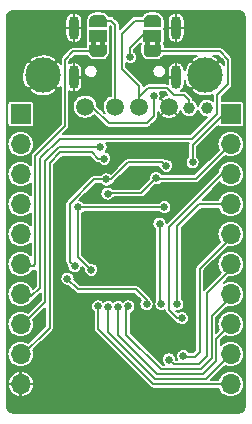
<source format=gbr>
G04 #@! TF.GenerationSoftware,KiCad,Pcbnew,(5.0.0)*
G04 #@! TF.CreationDate,2021-02-11T08:25:18+00:00*
G04 #@! TF.ProjectId,ESP-V,4553502D562E6B696361645F70636200,rev?*
G04 #@! TF.SameCoordinates,Original*
G04 #@! TF.FileFunction,Copper,L2,Bot,Signal*
G04 #@! TF.FilePolarity,Positive*
%FSLAX46Y46*%
G04 Gerber Fmt 4.6, Leading zero omitted, Abs format (unit mm)*
G04 Created by KiCad (PCBNEW (5.0.0)) date 02/11/21 08:25:18*
%MOMM*%
%LPD*%
G01*
G04 APERTURE LIST*
G04 #@! TA.AperFunction,ComponentPad*
%ADD10C,3.000000*%
G04 #@! TD*
G04 #@! TA.AperFunction,ComponentPad*
%ADD11C,1.500000*%
G04 #@! TD*
G04 #@! TA.AperFunction,ComponentPad*
%ADD12O,0.900000X2.000000*%
G04 #@! TD*
G04 #@! TA.AperFunction,SMDPad,CuDef*
%ADD13C,0.500000*%
G04 #@! TD*
G04 #@! TA.AperFunction,Conductor*
%ADD14C,0.100000*%
G04 #@! TD*
G04 #@! TA.AperFunction,SMDPad,CuDef*
%ADD15R,1.500000X1.000000*%
G04 #@! TD*
G04 #@! TA.AperFunction,BGAPad,CuDef*
%ADD16C,1.000000*%
G04 #@! TD*
G04 #@! TA.AperFunction,ComponentPad*
%ADD17R,1.700000X1.700000*%
G04 #@! TD*
G04 #@! TA.AperFunction,ComponentPad*
%ADD18O,1.700000X1.700000*%
G04 #@! TD*
G04 #@! TA.AperFunction,ViaPad*
%ADD19C,0.650000*%
G04 #@! TD*
G04 #@! TA.AperFunction,Conductor*
%ADD20C,0.200000*%
G04 #@! TD*
G04 #@! TA.AperFunction,Conductor*
%ADD21C,0.150000*%
G04 #@! TD*
G04 APERTURE END LIST*
D10*
G04 #@! TO.P,J4,5*
G04 #@! TO.N,GND*
X97240000Y-82330000D03*
X110960000Y-82330000D03*
D11*
G04 #@! TO.P,J4,1*
G04 #@! TO.N,VBUS*
X100800000Y-85000000D03*
G04 #@! TO.P,J4,2*
G04 #@! TO.N,/CHUSB-*
X103340000Y-85000000D03*
G04 #@! TO.P,J4,3*
G04 #@! TO.N,/CHUSB+*
X105370000Y-85000000D03*
G04 #@! TO.P,J4,4*
G04 #@! TO.N,GND*
X107910000Y-85000000D03*
G04 #@! TD*
D12*
G04 #@! TO.P,J1,1*
G04 #@! TO.N,GND*
X99850000Y-82500000D03*
X108500000Y-82500000D03*
X108500000Y-78320000D03*
X99850000Y-78320000D03*
G04 #@! TD*
D13*
G04 #@! TO.P,JP1,1*
G04 #@! TO.N,/ESPUSB-*
X101900000Y-80300000D03*
D14*
G04 #@! TD*
G04 #@! TO.N,/ESPUSB-*
G04 #@! TO.C,JP1*
G36*
X101300000Y-79750000D02*
X101300000Y-79400000D01*
X101700000Y-79400000D01*
X101700000Y-79750000D01*
X102100000Y-79750000D01*
X102100000Y-79400000D01*
X102500000Y-79400000D01*
X102500000Y-79750000D01*
X102650000Y-79750000D01*
X102650000Y-80300000D01*
X102649398Y-80300000D01*
X102649398Y-80324534D01*
X102644588Y-80373365D01*
X102635016Y-80421490D01*
X102620772Y-80468445D01*
X102601995Y-80513778D01*
X102578864Y-80557051D01*
X102551604Y-80597850D01*
X102520476Y-80635779D01*
X102485779Y-80670476D01*
X102447850Y-80701604D01*
X102407051Y-80728864D01*
X102363778Y-80751995D01*
X102318445Y-80770772D01*
X102271490Y-80785016D01*
X102223365Y-80794588D01*
X102174534Y-80799398D01*
X102150000Y-80799398D01*
X102150000Y-80800000D01*
X101650000Y-80800000D01*
X101650000Y-80799398D01*
X101625466Y-80799398D01*
X101576635Y-80794588D01*
X101528510Y-80785016D01*
X101481555Y-80770772D01*
X101436222Y-80751995D01*
X101392949Y-80728864D01*
X101352150Y-80701604D01*
X101314221Y-80670476D01*
X101279524Y-80635779D01*
X101248396Y-80597850D01*
X101221136Y-80557051D01*
X101198005Y-80513778D01*
X101179228Y-80468445D01*
X101164984Y-80421490D01*
X101155412Y-80373365D01*
X101150602Y-80324534D01*
X101150602Y-80300000D01*
X101150000Y-80300000D01*
X101150000Y-79750000D01*
X101300000Y-79750000D01*
X101300000Y-79750000D01*
G37*
D13*
G04 #@! TO.P,JP1,3*
G04 #@! TO.N,/CHUSB-*
X101900000Y-77700000D03*
D14*
G04 #@! TD*
G04 #@! TO.N,/CHUSB-*
G04 #@! TO.C,JP1*
G36*
X101150602Y-77700000D02*
X101150602Y-77675466D01*
X101155412Y-77626635D01*
X101164984Y-77578510D01*
X101179228Y-77531555D01*
X101198005Y-77486222D01*
X101221136Y-77442949D01*
X101248396Y-77402150D01*
X101279524Y-77364221D01*
X101314221Y-77329524D01*
X101352150Y-77298396D01*
X101392949Y-77271136D01*
X101436222Y-77248005D01*
X101481555Y-77229228D01*
X101528510Y-77214984D01*
X101576635Y-77205412D01*
X101625466Y-77200602D01*
X101650000Y-77200602D01*
X101650000Y-77200000D01*
X102150000Y-77200000D01*
X102150000Y-77200602D01*
X102174534Y-77200602D01*
X102223365Y-77205412D01*
X102271490Y-77214984D01*
X102318445Y-77229228D01*
X102363778Y-77248005D01*
X102407051Y-77271136D01*
X102447850Y-77298396D01*
X102485779Y-77329524D01*
X102520476Y-77364221D01*
X102551604Y-77402150D01*
X102578864Y-77442949D01*
X102601995Y-77486222D01*
X102620772Y-77531555D01*
X102635016Y-77578510D01*
X102644588Y-77626635D01*
X102649398Y-77675466D01*
X102649398Y-77700000D01*
X102650000Y-77700000D01*
X102650000Y-78250000D01*
X101150000Y-78250000D01*
X101150000Y-77700000D01*
X101150602Y-77700000D01*
X101150602Y-77700000D01*
G37*
D15*
G04 #@! TO.P,JP1,2*
G04 #@! TO.N,Net-(J1-PadA7)*
X101900000Y-79000000D03*
G04 #@! TD*
G04 #@! TO.P,JP2,2*
G04 #@! TO.N,Net-(J1-PadA6)*
X106500000Y-79000000D03*
D13*
G04 #@! TO.P,JP2,3*
G04 #@! TO.N,/CHUSB+*
X106500000Y-77700000D03*
D14*
G04 #@! TD*
G04 #@! TO.N,/CHUSB+*
G04 #@! TO.C,JP2*
G36*
X105750602Y-77700000D02*
X105750602Y-77675466D01*
X105755412Y-77626635D01*
X105764984Y-77578510D01*
X105779228Y-77531555D01*
X105798005Y-77486222D01*
X105821136Y-77442949D01*
X105848396Y-77402150D01*
X105879524Y-77364221D01*
X105914221Y-77329524D01*
X105952150Y-77298396D01*
X105992949Y-77271136D01*
X106036222Y-77248005D01*
X106081555Y-77229228D01*
X106128510Y-77214984D01*
X106176635Y-77205412D01*
X106225466Y-77200602D01*
X106250000Y-77200602D01*
X106250000Y-77200000D01*
X106750000Y-77200000D01*
X106750000Y-77200602D01*
X106774534Y-77200602D01*
X106823365Y-77205412D01*
X106871490Y-77214984D01*
X106918445Y-77229228D01*
X106963778Y-77248005D01*
X107007051Y-77271136D01*
X107047850Y-77298396D01*
X107085779Y-77329524D01*
X107120476Y-77364221D01*
X107151604Y-77402150D01*
X107178864Y-77442949D01*
X107201995Y-77486222D01*
X107220772Y-77531555D01*
X107235016Y-77578510D01*
X107244588Y-77626635D01*
X107249398Y-77675466D01*
X107249398Y-77700000D01*
X107250000Y-77700000D01*
X107250000Y-78250000D01*
X105750000Y-78250000D01*
X105750000Y-77700000D01*
X105750602Y-77700000D01*
X105750602Y-77700000D01*
G37*
D13*
G04 #@! TO.P,JP2,1*
G04 #@! TO.N,/ESPUSB+*
X106500000Y-80300000D03*
D14*
G04 #@! TD*
G04 #@! TO.N,/ESPUSB+*
G04 #@! TO.C,JP2*
G36*
X105900000Y-79750000D02*
X105900000Y-79400000D01*
X106300000Y-79400000D01*
X106300000Y-79750000D01*
X106700000Y-79750000D01*
X106700000Y-79400000D01*
X107100000Y-79400000D01*
X107100000Y-79750000D01*
X107250000Y-79750000D01*
X107250000Y-80300000D01*
X107249398Y-80300000D01*
X107249398Y-80324534D01*
X107244588Y-80373365D01*
X107235016Y-80421490D01*
X107220772Y-80468445D01*
X107201995Y-80513778D01*
X107178864Y-80557051D01*
X107151604Y-80597850D01*
X107120476Y-80635779D01*
X107085779Y-80670476D01*
X107047850Y-80701604D01*
X107007051Y-80728864D01*
X106963778Y-80751995D01*
X106918445Y-80770772D01*
X106871490Y-80785016D01*
X106823365Y-80794588D01*
X106774534Y-80799398D01*
X106750000Y-80799398D01*
X106750000Y-80800000D01*
X106250000Y-80800000D01*
X106250000Y-80799398D01*
X106225466Y-80799398D01*
X106176635Y-80794588D01*
X106128510Y-80785016D01*
X106081555Y-80770772D01*
X106036222Y-80751995D01*
X105992949Y-80728864D01*
X105952150Y-80701604D01*
X105914221Y-80670476D01*
X105879524Y-80635779D01*
X105848396Y-80597850D01*
X105821136Y-80557051D01*
X105798005Y-80513778D01*
X105779228Y-80468445D01*
X105764984Y-80421490D01*
X105755412Y-80373365D01*
X105750602Y-80324534D01*
X105750602Y-80300000D01*
X105750000Y-80300000D01*
X105750000Y-79750000D01*
X105900000Y-79750000D01*
X105900000Y-79750000D01*
G37*
D16*
G04 #@! TO.P,TP1,1*
G04 #@! TO.N,/CHUSB+*
X109600000Y-85100000D03*
G04 #@! TD*
G04 #@! TO.P,TP2,1*
G04 #@! TO.N,Net-(C26-Pad1)*
X111100000Y-85100000D03*
G04 #@! TD*
D17*
G04 #@! TO.P,J2,1*
G04 #@! TO.N,+3V3*
X113130000Y-85620000D03*
D18*
G04 #@! TO.P,J2,2*
G04 #@! TO.N,/ESP_ENABLE*
X113130000Y-88160000D03*
G04 #@! TO.P,J2,3*
G04 #@! TO.N,/GP00*
X113130000Y-90700000D03*
G04 #@! TO.P,J2,4*
G04 #@! TO.N,/GP01*
X113130000Y-93240000D03*
G04 #@! TO.P,J2,5*
G04 #@! TO.N,/GP02*
X113130000Y-95780000D03*
G04 #@! TO.P,J2,6*
G04 #@! TO.N,/GP03*
X113130000Y-98320000D03*
G04 #@! TO.P,J2,7*
G04 #@! TO.N,/GP04*
X113130000Y-100860000D03*
G04 #@! TO.P,J2,8*
G04 #@! TO.N,/GP05*
X113130000Y-103400000D03*
G04 #@! TO.P,J2,9*
G04 #@! TO.N,/GP06*
X113130000Y-105940000D03*
G04 #@! TO.P,J2,10*
G04 #@! TO.N,/GP07*
X113130000Y-108480000D03*
G04 #@! TD*
G04 #@! TO.P,J3,10*
G04 #@! TO.N,GND*
X95350000Y-108480000D03*
G04 #@! TO.P,J3,9*
G04 #@! TO.N,/ESP_TX*
X95350000Y-105940000D03*
G04 #@! TO.P,J3,8*
G04 #@! TO.N,/ESP_RX*
X95350000Y-103400000D03*
G04 #@! TO.P,J3,7*
G04 #@! TO.N,/ESPUSB+*
X95350000Y-100860000D03*
G04 #@! TO.P,J3,6*
G04 #@! TO.N,/ESPUSB-*
X95350000Y-98320000D03*
G04 #@! TO.P,J3,5*
G04 #@! TO.N,/GP10*
X95350000Y-95780000D03*
G04 #@! TO.P,J3,4*
G04 #@! TO.N,/BLSEL*
X95350000Y-93240000D03*
G04 #@! TO.P,J3,3*
G04 #@! TO.N,/GP08*
X95350000Y-90700000D03*
G04 #@! TO.P,J3,2*
G04 #@! TO.N,VDD*
X95350000Y-88160000D03*
D17*
G04 #@! TO.P,J3,1*
G04 #@! TO.N,VBUS*
X95350000Y-85620000D03*
G04 #@! TD*
D19*
G04 #@! TO.N,GND*
X100600000Y-109450000D03*
X99900000Y-109450000D03*
X101300000Y-109450000D03*
X102000000Y-109450000D03*
X102700000Y-109450000D03*
X103400000Y-109450000D03*
X104100000Y-109450000D03*
X104800000Y-109450000D03*
X105500000Y-109450000D03*
X106200000Y-109450000D03*
X106900000Y-109450000D03*
X107600000Y-109450000D03*
X108300000Y-109450000D03*
X109000000Y-109450000D03*
X109800000Y-98900000D03*
X102600000Y-97400000D03*
X102600000Y-98500000D03*
X102500000Y-95000000D03*
X109900000Y-86100000D03*
X95600000Y-77600000D03*
X113800000Y-81100000D03*
X98500000Y-100000000D03*
X101800000Y-86900000D03*
X107650000Y-86700000D03*
X99850000Y-101700000D03*
X97500000Y-110100000D03*
X111200000Y-110100000D03*
X105950000Y-98650000D03*
X108350000Y-91750000D03*
X99900000Y-90900000D03*
G04 #@! TO.N,+3V3*
X109900000Y-89700000D03*
G04 #@! TO.N,/GP00*
X109000000Y-102900000D03*
G04 #@! TO.N,/GP01*
X108600000Y-101700000D03*
G04 #@! TO.N,Net-(J1-PadA7)*
X102000000Y-78850000D03*
G04 #@! TO.N,Net-(J1-PadA6)*
X104600000Y-80800000D03*
X106250000Y-78800000D03*
G04 #@! TO.N,VBUS*
X106600000Y-84100000D03*
G04 #@! TO.N,/ESP_ENABLE*
X107100000Y-94900000D03*
X107250000Y-101700000D03*
X106800000Y-91050000D03*
X102700000Y-92350000D03*
G04 #@! TO.N,/GP02*
X109100000Y-106100000D03*
G04 #@! TO.N,/GP03*
X107900000Y-106400000D03*
G04 #@! TO.N,/GP04*
X104450000Y-101900000D03*
G04 #@! TO.N,/GP05*
X103600000Y-101950000D03*
G04 #@! TO.N,/GP06*
X102750000Y-101950000D03*
G04 #@! TO.N,/GP07*
X101900000Y-101900000D03*
G04 #@! TO.N,/GP08*
X100200000Y-93500000D03*
X101300000Y-98800000D03*
X107500000Y-93500000D03*
G04 #@! TO.N,/BLSEL*
X99900000Y-98500000D03*
X102600000Y-91150000D03*
X107650000Y-90000000D03*
G04 #@! TO.N,/GP10*
X106000000Y-101700000D03*
X99300000Y-99550000D03*
G04 #@! TO.N,/ESP_RX*
X102100000Y-88400000D03*
G04 #@! TO.N,/ESP_TX*
X102400000Y-89400000D03*
G04 #@! TO.N,Net-(C26-Pad1)*
X111100000Y-85100000D03*
G04 #@! TD*
D20*
G04 #@! TO.N,+3V3*
X109900000Y-89700000D02*
X109900000Y-88250000D01*
X112530000Y-85620000D02*
X113130000Y-85620000D01*
X109900000Y-88250000D02*
X112530000Y-85620000D01*
G04 #@! TO.N,/GP00*
X112400000Y-90700000D02*
X113130000Y-90700000D01*
X107900000Y-95200000D02*
X112400000Y-90700000D01*
X107900000Y-102200000D02*
X107900000Y-95200000D01*
X109000000Y-102900000D02*
X108600000Y-102900000D01*
X108600000Y-102900000D02*
X107900000Y-102200000D01*
G04 #@! TO.N,/GP01*
X108600000Y-95100000D02*
X108600000Y-101700000D01*
X113130000Y-93240000D02*
X110460000Y-93240000D01*
X110460000Y-93240000D02*
X108600000Y-95100000D01*
G04 #@! TO.N,Net-(J1-PadA7)*
X102000000Y-78850000D02*
X101900000Y-78950000D01*
X101900000Y-78950000D02*
X101900000Y-79000000D01*
G04 #@! TO.N,Net-(J1-PadA6)*
X106450000Y-79000000D02*
X106500000Y-79000000D01*
X106250000Y-78800000D02*
X106450000Y-79000000D01*
X104600000Y-80000000D02*
X104600000Y-80800000D01*
X106250000Y-78800000D02*
X105800000Y-78800000D01*
X105800000Y-78800000D02*
X104600000Y-80000000D01*
G04 #@! TO.N,VBUS*
X100800000Y-85000000D02*
X101400000Y-85000000D01*
X101400000Y-85000000D02*
X102800000Y-86400000D01*
X102800000Y-86400000D02*
X106000000Y-86400000D01*
X106600000Y-85800000D02*
X106600000Y-84100000D01*
X106000000Y-86400000D02*
X106600000Y-85800000D01*
G04 #@! TO.N,/ESP_ENABLE*
X107250000Y-101700000D02*
X107100000Y-101550000D01*
X107100000Y-101550000D02*
X107100000Y-94900000D01*
X110190000Y-91100000D02*
X113130000Y-88160000D01*
X106800000Y-91050000D02*
X106850000Y-91100000D01*
X106850000Y-91100000D02*
X110190000Y-91100000D01*
X105550000Y-92300000D02*
X106800000Y-91050000D01*
X102750000Y-92300000D02*
X105550000Y-92300000D01*
X102700000Y-92350000D02*
X102750000Y-92300000D01*
G04 #@! TO.N,/GP02*
X109150000Y-106150000D02*
X109100000Y-106100000D01*
X110100000Y-106150000D02*
X109150000Y-106150000D01*
X110500000Y-105750000D02*
X110100000Y-106150000D01*
X110500000Y-98700000D02*
X110500000Y-105750000D01*
X113130000Y-95780000D02*
X113130000Y-96070000D01*
X113130000Y-96070000D02*
X110500000Y-98700000D01*
G04 #@! TO.N,/GP03*
X108300000Y-106800000D02*
X107900000Y-106400000D01*
X110400000Y-106800000D02*
X108300000Y-106800000D01*
X111100000Y-106100000D02*
X110400000Y-106800000D01*
X111100000Y-100800000D02*
X111100000Y-106100000D01*
X113130000Y-98320000D02*
X113130000Y-98770000D01*
X113130000Y-98770000D02*
X111100000Y-100800000D01*
G04 #@! TO.N,/GP04*
X113130000Y-101070000D02*
X113130000Y-100860000D01*
X111500000Y-102700000D02*
X113130000Y-101070000D01*
X104300000Y-102050000D02*
X104300000Y-104300000D01*
X104450000Y-101900000D02*
X104300000Y-102050000D01*
X104300000Y-104300000D02*
X107200000Y-107200000D01*
X107200000Y-107200000D02*
X110600000Y-107200000D01*
X110600000Y-107200000D02*
X111500000Y-106300000D01*
X111500000Y-106300000D02*
X111500000Y-102700000D01*
G04 #@! TO.N,/GP05*
X112100000Y-104430000D02*
X113130000Y-103400000D01*
X111900000Y-106500000D02*
X111900000Y-104630000D01*
X110800000Y-107600000D02*
X111900000Y-106500000D01*
X111900000Y-104630000D02*
X112100000Y-104430000D01*
X103600000Y-101950000D02*
X103600000Y-104300000D01*
X103600000Y-104300000D02*
X106900000Y-107600000D01*
X106900000Y-107600000D02*
X110800000Y-107600000D01*
G04 #@! TO.N,/GP06*
X102750000Y-101950000D02*
X102750000Y-104084302D01*
X102750000Y-104084302D02*
X106715698Y-108050000D01*
X106715698Y-108050000D02*
X111020000Y-108050000D01*
X111020000Y-108050000D02*
X113130000Y-105940000D01*
G04 #@! TO.N,/GP07*
X106580000Y-108480000D02*
X113130000Y-108480000D01*
X101900000Y-103800000D02*
X106580000Y-108480000D01*
X101900000Y-101900000D02*
X101900000Y-103800000D01*
G04 #@! TO.N,/GP08*
X100200000Y-93500000D02*
X100200000Y-97700000D01*
X100200000Y-97700000D02*
X101300000Y-98800000D01*
X107500000Y-93500000D02*
X100200000Y-93500000D01*
G04 #@! TO.N,/BLSEL*
X99500000Y-98100000D02*
X99900000Y-98500000D01*
X101550000Y-91150000D02*
X99500000Y-93200000D01*
X102600000Y-91150000D02*
X101550000Y-91150000D01*
X99500000Y-93200000D02*
X99500000Y-98100000D01*
X103000000Y-91150000D02*
X102600000Y-91150000D01*
X104450000Y-89700000D02*
X103000000Y-91150000D01*
X107650000Y-90000000D02*
X107350000Y-89700000D01*
X107350000Y-89700000D02*
X104450000Y-89700000D01*
G04 #@! TO.N,/GP10*
X105100000Y-100450000D02*
X106000000Y-101350000D01*
X106000000Y-101350000D02*
X106000000Y-101700000D01*
X100200000Y-100450000D02*
X105100000Y-100450000D01*
X99300000Y-99550000D02*
X100200000Y-100450000D01*
G04 #@! TO.N,/ESPUSB-*
X99800000Y-80300000D02*
X101900000Y-80300000D01*
X99099990Y-81000010D02*
X99800000Y-80300000D01*
X96479990Y-98520000D02*
X96479990Y-98369990D01*
X95350000Y-98520000D02*
X96479990Y-98520000D01*
X96479990Y-98369990D02*
X96549980Y-98300000D01*
X96549980Y-98300000D02*
X96549980Y-89150020D01*
X96549980Y-89150020D02*
X99099990Y-86600010D01*
X99099990Y-86600010D02*
X99099990Y-81000010D01*
G04 #@! TO.N,/ESPUSB+*
X95350000Y-101060000D02*
X95350000Y-101050000D01*
X96239990Y-101060000D02*
X95350000Y-101060000D01*
X96999990Y-100300000D02*
X96239990Y-101060000D01*
X98650000Y-87700000D02*
X96999990Y-89350010D01*
X96999990Y-89350010D02*
X96999990Y-100300000D01*
X109850000Y-87700000D02*
X98650000Y-87700000D01*
X106500000Y-80300000D02*
X112200000Y-80300000D01*
X112900000Y-81000000D02*
X112900000Y-83100000D01*
X112900000Y-83100000D02*
X111979999Y-84020001D01*
X111979999Y-84020001D02*
X111979999Y-85570001D01*
X112200000Y-80300000D02*
X112900000Y-81000000D01*
X111979999Y-85570001D02*
X109850000Y-87700000D01*
G04 #@! TO.N,/ESP_RX*
X97400000Y-101550000D02*
X95350000Y-103600000D01*
X97400000Y-89550000D02*
X97400000Y-101550000D01*
X102100000Y-88400000D02*
X98550000Y-88400000D01*
X98550000Y-88400000D02*
X97400000Y-89550000D01*
G04 #@! TO.N,/ESP_TX*
X97800000Y-103690000D02*
X95350000Y-106140000D01*
X97800000Y-89750000D02*
X97800000Y-103690000D01*
X98700000Y-88850000D02*
X97800000Y-89750000D01*
X101350000Y-88850000D02*
X98700000Y-88850000D01*
X101900000Y-89400000D02*
X101350000Y-88850000D01*
X102400000Y-89400000D02*
X101900000Y-89400000D01*
G04 #@! TO.N,/CHUSB-*
X103340000Y-82040000D02*
X103340000Y-85000000D01*
X103340000Y-78040000D02*
X103340000Y-82040000D01*
X101900000Y-77700000D02*
X103000000Y-77700000D01*
X103000000Y-77700000D02*
X103340000Y-78040000D01*
G04 #@! TO.N,/CHUSB+*
X105370000Y-85000000D02*
X105500000Y-85000000D01*
X109400000Y-85100000D02*
X109600000Y-85100000D01*
X109600000Y-84450000D02*
X109600000Y-85100000D01*
X105370000Y-84130000D02*
X106100000Y-83400000D01*
X105370000Y-85000000D02*
X105370000Y-84130000D01*
X106100000Y-83400000D02*
X107700000Y-83400000D01*
X108300000Y-84000000D02*
X109150000Y-84000000D01*
X107700000Y-83400000D02*
X108300000Y-84000000D01*
X109150000Y-84000000D02*
X109600000Y-84450000D01*
X105370000Y-83270000D02*
X105370000Y-85000000D01*
X103900000Y-81800000D02*
X105370000Y-83270000D01*
X103900000Y-78800000D02*
X103900000Y-81800000D01*
X106500000Y-77700000D02*
X105000000Y-77700000D01*
X105000000Y-77700000D02*
X103900000Y-78800000D01*
G04 #@! TD*
D21*
G04 #@! TO.N,GND*
G36*
X113586611Y-76857446D02*
X113658199Y-76872662D01*
X113663406Y-76873210D01*
X113821045Y-76888667D01*
X113937483Y-76923821D01*
X114044876Y-76980923D01*
X114139128Y-77057793D01*
X114216657Y-77151508D01*
X114274507Y-77258501D01*
X114310472Y-77374688D01*
X114325001Y-77512914D01*
X114325000Y-110281663D01*
X114311333Y-110421044D01*
X114276178Y-110537485D01*
X114219077Y-110644876D01*
X114142207Y-110739128D01*
X114048488Y-110816659D01*
X113941498Y-110874508D01*
X113825316Y-110910472D01*
X113687096Y-110925000D01*
X94818338Y-110925000D01*
X94678956Y-110911333D01*
X94562515Y-110876178D01*
X94455124Y-110819077D01*
X94360872Y-110742207D01*
X94283341Y-110648488D01*
X94225492Y-110541498D01*
X94189528Y-110425316D01*
X94175000Y-110287096D01*
X94175000Y-108680637D01*
X94243036Y-108680637D01*
X94250517Y-108718251D01*
X94318124Y-108928172D01*
X94425385Y-109120870D01*
X94568179Y-109288939D01*
X94741018Y-109425921D01*
X94937259Y-109526552D01*
X95149362Y-109586965D01*
X95325000Y-109535973D01*
X95325000Y-108505000D01*
X95375000Y-108505000D01*
X95375000Y-109535973D01*
X95550638Y-109586965D01*
X95762741Y-109526552D01*
X95958982Y-109425921D01*
X96131821Y-109288939D01*
X96274615Y-109120870D01*
X96381876Y-108928172D01*
X96449483Y-108718251D01*
X96456964Y-108680637D01*
X96405954Y-108505000D01*
X95375000Y-108505000D01*
X95325000Y-108505000D01*
X94294046Y-108505000D01*
X94243036Y-108680637D01*
X94175000Y-108680637D01*
X94175000Y-108279363D01*
X94243036Y-108279363D01*
X94294046Y-108455000D01*
X95325000Y-108455000D01*
X95325000Y-107424027D01*
X95375000Y-107424027D01*
X95375000Y-108455000D01*
X96405954Y-108455000D01*
X96456964Y-108279363D01*
X96449483Y-108241749D01*
X96381876Y-108031828D01*
X96274615Y-107839130D01*
X96131821Y-107671061D01*
X95958982Y-107534079D01*
X95762741Y-107433448D01*
X95550638Y-107373035D01*
X95375000Y-107424027D01*
X95325000Y-107424027D01*
X95149362Y-107373035D01*
X94937259Y-107433448D01*
X94741018Y-107534079D01*
X94568179Y-107671061D01*
X94425385Y-107839130D01*
X94318124Y-108031828D01*
X94250517Y-108241749D01*
X94243036Y-108279363D01*
X94175000Y-108279363D01*
X94175000Y-90700000D01*
X94219557Y-90700000D01*
X94241278Y-90920538D01*
X94305607Y-91132602D01*
X94410071Y-91328040D01*
X94550656Y-91499344D01*
X94721960Y-91639929D01*
X94917398Y-91744393D01*
X95129462Y-91808722D01*
X95294736Y-91825000D01*
X95405264Y-91825000D01*
X95570538Y-91808722D01*
X95782602Y-91744393D01*
X95978040Y-91639929D01*
X96149344Y-91499344D01*
X96174981Y-91468105D01*
X96174981Y-92471894D01*
X96149344Y-92440656D01*
X95978040Y-92300071D01*
X95782602Y-92195607D01*
X95570538Y-92131278D01*
X95405264Y-92115000D01*
X95294736Y-92115000D01*
X95129462Y-92131278D01*
X94917398Y-92195607D01*
X94721960Y-92300071D01*
X94550656Y-92440656D01*
X94410071Y-92611960D01*
X94305607Y-92807398D01*
X94241278Y-93019462D01*
X94219557Y-93240000D01*
X94241278Y-93460538D01*
X94305607Y-93672602D01*
X94410071Y-93868040D01*
X94550656Y-94039344D01*
X94721960Y-94179929D01*
X94917398Y-94284393D01*
X95129462Y-94348722D01*
X95294736Y-94365000D01*
X95405264Y-94365000D01*
X95570538Y-94348722D01*
X95782602Y-94284393D01*
X95978040Y-94179929D01*
X96149344Y-94039344D01*
X96174980Y-94008106D01*
X96174980Y-95011894D01*
X96149344Y-94980656D01*
X95978040Y-94840071D01*
X95782602Y-94735607D01*
X95570538Y-94671278D01*
X95405264Y-94655000D01*
X95294736Y-94655000D01*
X95129462Y-94671278D01*
X94917398Y-94735607D01*
X94721960Y-94840071D01*
X94550656Y-94980656D01*
X94410071Y-95151960D01*
X94305607Y-95347398D01*
X94241278Y-95559462D01*
X94219557Y-95780000D01*
X94241278Y-96000538D01*
X94305607Y-96212602D01*
X94410071Y-96408040D01*
X94550656Y-96579344D01*
X94721960Y-96719929D01*
X94917398Y-96824393D01*
X95129462Y-96888722D01*
X95294736Y-96905000D01*
X95405264Y-96905000D01*
X95570538Y-96888722D01*
X95782602Y-96824393D01*
X95978040Y-96719929D01*
X96149344Y-96579344D01*
X96174980Y-96548106D01*
X96174980Y-97551894D01*
X96149344Y-97520656D01*
X95978040Y-97380071D01*
X95782602Y-97275607D01*
X95570538Y-97211278D01*
X95405264Y-97195000D01*
X95294736Y-97195000D01*
X95129462Y-97211278D01*
X94917398Y-97275607D01*
X94721960Y-97380071D01*
X94550656Y-97520656D01*
X94410071Y-97691960D01*
X94305607Y-97887398D01*
X94241278Y-98099462D01*
X94219557Y-98320000D01*
X94241278Y-98540538D01*
X94305607Y-98752602D01*
X94410071Y-98948040D01*
X94550656Y-99119344D01*
X94721960Y-99259929D01*
X94917398Y-99364393D01*
X95129462Y-99428722D01*
X95294736Y-99445000D01*
X95405264Y-99445000D01*
X95570538Y-99428722D01*
X95782602Y-99364393D01*
X95978040Y-99259929D01*
X96149344Y-99119344D01*
X96289929Y-98948040D01*
X96318280Y-98895000D01*
X96461571Y-98895000D01*
X96479990Y-98896814D01*
X96498409Y-98895000D01*
X96553503Y-98889574D01*
X96624190Y-98868131D01*
X96624991Y-98867703D01*
X96624991Y-100144668D01*
X96376234Y-100393426D01*
X96289929Y-100231960D01*
X96149344Y-100060656D01*
X95978040Y-99920071D01*
X95782602Y-99815607D01*
X95570538Y-99751278D01*
X95405264Y-99735000D01*
X95294736Y-99735000D01*
X95129462Y-99751278D01*
X94917398Y-99815607D01*
X94721960Y-99920071D01*
X94550656Y-100060656D01*
X94410071Y-100231960D01*
X94305607Y-100427398D01*
X94241278Y-100639462D01*
X94219557Y-100860000D01*
X94241278Y-101080538D01*
X94305607Y-101292602D01*
X94410071Y-101488040D01*
X94550656Y-101659344D01*
X94721960Y-101799929D01*
X94917398Y-101904393D01*
X95129462Y-101968722D01*
X95294736Y-101985000D01*
X95405264Y-101985000D01*
X95570538Y-101968722D01*
X95782602Y-101904393D01*
X95978040Y-101799929D01*
X96149344Y-101659344D01*
X96289929Y-101488040D01*
X96322665Y-101426795D01*
X96384190Y-101408131D01*
X96449337Y-101373309D01*
X96506438Y-101326448D01*
X96518185Y-101312134D01*
X97025001Y-100805319D01*
X97025001Y-101394669D01*
X95966023Y-102453648D01*
X95782602Y-102355607D01*
X95570538Y-102291278D01*
X95405264Y-102275000D01*
X95294736Y-102275000D01*
X95129462Y-102291278D01*
X94917398Y-102355607D01*
X94721960Y-102460071D01*
X94550656Y-102600656D01*
X94410071Y-102771960D01*
X94305607Y-102967398D01*
X94241278Y-103179462D01*
X94219557Y-103400000D01*
X94241278Y-103620538D01*
X94305607Y-103832602D01*
X94410071Y-104028040D01*
X94550656Y-104199344D01*
X94721960Y-104339929D01*
X94917398Y-104444393D01*
X95129462Y-104508722D01*
X95294736Y-104525000D01*
X95405264Y-104525000D01*
X95570538Y-104508722D01*
X95782602Y-104444393D01*
X95978040Y-104339929D01*
X96149344Y-104199344D01*
X96289929Y-104028040D01*
X96394393Y-103832602D01*
X96458722Y-103620538D01*
X96480443Y-103400000D01*
X96458722Y-103179462D01*
X96421982Y-103058347D01*
X97425001Y-102055329D01*
X97425001Y-103534668D01*
X95966023Y-104993648D01*
X95782602Y-104895607D01*
X95570538Y-104831278D01*
X95405264Y-104815000D01*
X95294736Y-104815000D01*
X95129462Y-104831278D01*
X94917398Y-104895607D01*
X94721960Y-105000071D01*
X94550656Y-105140656D01*
X94410071Y-105311960D01*
X94305607Y-105507398D01*
X94241278Y-105719462D01*
X94219557Y-105940000D01*
X94241278Y-106160538D01*
X94305607Y-106372602D01*
X94410071Y-106568040D01*
X94550656Y-106739344D01*
X94721960Y-106879929D01*
X94917398Y-106984393D01*
X95129462Y-107048722D01*
X95294736Y-107065000D01*
X95405264Y-107065000D01*
X95570538Y-107048722D01*
X95782602Y-106984393D01*
X95978040Y-106879929D01*
X96149344Y-106739344D01*
X96289929Y-106568040D01*
X96394393Y-106372602D01*
X96458722Y-106160538D01*
X96480443Y-105940000D01*
X96458722Y-105719462D01*
X96421982Y-105598347D01*
X98052145Y-103968186D01*
X98066448Y-103956448D01*
X98078186Y-103942145D01*
X98078189Y-103942142D01*
X98113309Y-103899347D01*
X98148130Y-103834202D01*
X98148131Y-103834200D01*
X98169574Y-103763513D01*
X98175000Y-103708419D01*
X98175000Y-103708417D01*
X98176814Y-103690001D01*
X98175000Y-103671585D01*
X98175000Y-101840905D01*
X101300000Y-101840905D01*
X101300000Y-101959095D01*
X101323058Y-102075014D01*
X101368287Y-102184207D01*
X101433950Y-102282478D01*
X101517522Y-102366050D01*
X101525000Y-102371047D01*
X101525001Y-103781574D01*
X101523186Y-103800000D01*
X101526555Y-103834200D01*
X101530427Y-103873513D01*
X101538264Y-103899347D01*
X101551870Y-103944200D01*
X101583465Y-104003309D01*
X101586692Y-104009347D01*
X101633553Y-104066448D01*
X101647862Y-104078191D01*
X106301809Y-108732139D01*
X106313552Y-108746448D01*
X106343766Y-108771243D01*
X106370652Y-108793309D01*
X106435798Y-108828130D01*
X106435800Y-108828131D01*
X106506487Y-108849574D01*
X106561581Y-108855000D01*
X106561583Y-108855000D01*
X106579999Y-108856814D01*
X106598415Y-108855000D01*
X112068134Y-108855000D01*
X112085607Y-108912602D01*
X112190071Y-109108040D01*
X112330656Y-109279344D01*
X112501960Y-109419929D01*
X112697398Y-109524393D01*
X112909462Y-109588722D01*
X113074736Y-109605000D01*
X113185264Y-109605000D01*
X113350538Y-109588722D01*
X113562602Y-109524393D01*
X113758040Y-109419929D01*
X113929344Y-109279344D01*
X114069929Y-109108040D01*
X114174393Y-108912602D01*
X114238722Y-108700538D01*
X114260443Y-108480000D01*
X114238722Y-108259462D01*
X114174393Y-108047398D01*
X114069929Y-107851960D01*
X113929344Y-107680656D01*
X113758040Y-107540071D01*
X113562602Y-107435607D01*
X113350538Y-107371278D01*
X113185264Y-107355000D01*
X113074736Y-107355000D01*
X112909462Y-107371278D01*
X112697398Y-107435607D01*
X112501960Y-107540071D01*
X112330656Y-107680656D01*
X112190071Y-107851960D01*
X112085607Y-108047398D01*
X112068134Y-108105000D01*
X111495329Y-108105000D01*
X112644312Y-106956018D01*
X112697398Y-106984393D01*
X112909462Y-107048722D01*
X113074736Y-107065000D01*
X113185264Y-107065000D01*
X113350538Y-107048722D01*
X113562602Y-106984393D01*
X113758040Y-106879929D01*
X113929344Y-106739344D01*
X114069929Y-106568040D01*
X114174393Y-106372602D01*
X114238722Y-106160538D01*
X114260443Y-105940000D01*
X114238722Y-105719462D01*
X114174393Y-105507398D01*
X114069929Y-105311960D01*
X113929344Y-105140656D01*
X113758040Y-105000071D01*
X113562602Y-104895607D01*
X113350538Y-104831278D01*
X113185264Y-104815000D01*
X113074736Y-104815000D01*
X112909462Y-104831278D01*
X112697398Y-104895607D01*
X112501960Y-105000071D01*
X112330656Y-105140656D01*
X112275000Y-105208473D01*
X112275000Y-104785329D01*
X112378189Y-104682140D01*
X112644312Y-104416018D01*
X112697398Y-104444393D01*
X112909462Y-104508722D01*
X113074736Y-104525000D01*
X113185264Y-104525000D01*
X113350538Y-104508722D01*
X113562602Y-104444393D01*
X113758040Y-104339929D01*
X113929344Y-104199344D01*
X114069929Y-104028040D01*
X114174393Y-103832602D01*
X114238722Y-103620538D01*
X114260443Y-103400000D01*
X114238722Y-103179462D01*
X114174393Y-102967398D01*
X114069929Y-102771960D01*
X113929344Y-102600656D01*
X113758040Y-102460071D01*
X113562602Y-102355607D01*
X113350538Y-102291278D01*
X113185264Y-102275000D01*
X113074736Y-102275000D01*
X112909462Y-102291278D01*
X112697398Y-102355607D01*
X112501960Y-102460071D01*
X112330656Y-102600656D01*
X112190071Y-102771960D01*
X112085607Y-102967398D01*
X112021278Y-103179462D01*
X111999557Y-103400000D01*
X112021278Y-103620538D01*
X112085607Y-103832602D01*
X112113982Y-103885688D01*
X111875000Y-104124671D01*
X111875000Y-102855329D01*
X112796020Y-101934310D01*
X112909462Y-101968722D01*
X113074736Y-101985000D01*
X113185264Y-101985000D01*
X113350538Y-101968722D01*
X113562602Y-101904393D01*
X113758040Y-101799929D01*
X113929344Y-101659344D01*
X114069929Y-101488040D01*
X114174393Y-101292602D01*
X114238722Y-101080538D01*
X114260443Y-100860000D01*
X114238722Y-100639462D01*
X114174393Y-100427398D01*
X114069929Y-100231960D01*
X113929344Y-100060656D01*
X113758040Y-99920071D01*
X113562602Y-99815607D01*
X113350538Y-99751278D01*
X113185264Y-99735000D01*
X113074736Y-99735000D01*
X112909462Y-99751278D01*
X112697398Y-99815607D01*
X112519788Y-99910542D01*
X112993346Y-99436984D01*
X113074736Y-99445000D01*
X113185264Y-99445000D01*
X113350538Y-99428722D01*
X113562602Y-99364393D01*
X113758040Y-99259929D01*
X113929344Y-99119344D01*
X114069929Y-98948040D01*
X114174393Y-98752602D01*
X114238722Y-98540538D01*
X114260443Y-98320000D01*
X114238722Y-98099462D01*
X114174393Y-97887398D01*
X114069929Y-97691960D01*
X113929344Y-97520656D01*
X113758040Y-97380071D01*
X113562602Y-97275607D01*
X113350538Y-97211278D01*
X113185264Y-97195000D01*
X113074736Y-97195000D01*
X112909462Y-97211278D01*
X112697398Y-97275607D01*
X112501960Y-97380071D01*
X112330656Y-97520656D01*
X112190071Y-97691960D01*
X112085607Y-97887398D01*
X112021278Y-98099462D01*
X111999557Y-98320000D01*
X112021278Y-98540538D01*
X112085607Y-98752602D01*
X112190071Y-98948040D01*
X112294447Y-99075223D01*
X110875000Y-100494671D01*
X110875000Y-98855329D01*
X112857400Y-96872929D01*
X112909462Y-96888722D01*
X113074736Y-96905000D01*
X113185264Y-96905000D01*
X113350538Y-96888722D01*
X113562602Y-96824393D01*
X113758040Y-96719929D01*
X113929344Y-96579344D01*
X114069929Y-96408040D01*
X114174393Y-96212602D01*
X114238722Y-96000538D01*
X114260443Y-95780000D01*
X114238722Y-95559462D01*
X114174393Y-95347398D01*
X114069929Y-95151960D01*
X113929344Y-94980656D01*
X113758040Y-94840071D01*
X113562602Y-94735607D01*
X113350538Y-94671278D01*
X113185264Y-94655000D01*
X113074736Y-94655000D01*
X112909462Y-94671278D01*
X112697398Y-94735607D01*
X112501960Y-94840071D01*
X112330656Y-94980656D01*
X112190071Y-95151960D01*
X112085607Y-95347398D01*
X112021278Y-95559462D01*
X111999557Y-95780000D01*
X112021278Y-96000538D01*
X112085607Y-96212602D01*
X112190071Y-96408040D01*
X112222327Y-96447344D01*
X110247866Y-98421805D01*
X110233552Y-98433552D01*
X110186691Y-98490654D01*
X110151869Y-98555801D01*
X110130426Y-98626488D01*
X110126712Y-98664199D01*
X110123186Y-98700000D01*
X110125000Y-98718416D01*
X110125001Y-105594669D01*
X109944671Y-105775000D01*
X109604456Y-105775000D01*
X109566050Y-105717522D01*
X109482478Y-105633950D01*
X109384207Y-105568287D01*
X109275014Y-105523058D01*
X109159095Y-105500000D01*
X109040905Y-105500000D01*
X108924986Y-105523058D01*
X108815793Y-105568287D01*
X108717522Y-105633950D01*
X108633950Y-105717522D01*
X108568287Y-105815793D01*
X108523058Y-105924986D01*
X108500000Y-106040905D01*
X108500000Y-106159095D01*
X108523058Y-106275014D01*
X108568287Y-106384207D01*
X108595544Y-106425000D01*
X108500000Y-106425000D01*
X108500000Y-106340905D01*
X108476942Y-106224986D01*
X108431713Y-106115793D01*
X108366050Y-106017522D01*
X108282478Y-105933950D01*
X108184207Y-105868287D01*
X108075014Y-105823058D01*
X107959095Y-105800000D01*
X107840905Y-105800000D01*
X107724986Y-105823058D01*
X107615793Y-105868287D01*
X107517522Y-105933950D01*
X107433950Y-106017522D01*
X107368287Y-106115793D01*
X107323058Y-106224986D01*
X107300000Y-106340905D01*
X107300000Y-106459095D01*
X107323058Y-106575014D01*
X107368287Y-106684207D01*
X107433950Y-106782478D01*
X107476472Y-106825000D01*
X107355331Y-106825000D01*
X104675000Y-104144671D01*
X104675000Y-102456237D01*
X104734207Y-102431713D01*
X104832478Y-102366050D01*
X104916050Y-102282478D01*
X104981713Y-102184207D01*
X105026942Y-102075014D01*
X105050000Y-101959095D01*
X105050000Y-101840905D01*
X105026942Y-101724986D01*
X104981713Y-101615793D01*
X104916050Y-101517522D01*
X104832478Y-101433950D01*
X104734207Y-101368287D01*
X104625014Y-101323058D01*
X104509095Y-101300000D01*
X104390905Y-101300000D01*
X104274986Y-101323058D01*
X104165793Y-101368287D01*
X104067522Y-101433950D01*
X104000000Y-101501472D01*
X103982478Y-101483950D01*
X103884207Y-101418287D01*
X103775014Y-101373058D01*
X103659095Y-101350000D01*
X103540905Y-101350000D01*
X103424986Y-101373058D01*
X103315793Y-101418287D01*
X103217522Y-101483950D01*
X103175000Y-101526472D01*
X103132478Y-101483950D01*
X103034207Y-101418287D01*
X102925014Y-101373058D01*
X102809095Y-101350000D01*
X102690905Y-101350000D01*
X102574986Y-101373058D01*
X102465793Y-101418287D01*
X102367522Y-101483950D01*
X102350000Y-101501472D01*
X102282478Y-101433950D01*
X102184207Y-101368287D01*
X102075014Y-101323058D01*
X101959095Y-101300000D01*
X101840905Y-101300000D01*
X101724986Y-101323058D01*
X101615793Y-101368287D01*
X101517522Y-101433950D01*
X101433950Y-101517522D01*
X101368287Y-101615793D01*
X101323058Y-101724986D01*
X101300000Y-101840905D01*
X98175000Y-101840905D01*
X98175000Y-99490905D01*
X98700000Y-99490905D01*
X98700000Y-99609095D01*
X98723058Y-99725014D01*
X98768287Y-99834207D01*
X98833950Y-99932478D01*
X98917522Y-100016050D01*
X99015793Y-100081713D01*
X99124986Y-100126942D01*
X99240905Y-100150000D01*
X99359095Y-100150000D01*
X99367916Y-100148245D01*
X99921809Y-100702139D01*
X99933552Y-100716448D01*
X99990653Y-100763309D01*
X100055800Y-100798131D01*
X100126487Y-100819574D01*
X100181581Y-100825000D01*
X100181583Y-100825000D01*
X100199999Y-100826814D01*
X100218415Y-100825000D01*
X104944671Y-100825000D01*
X105495194Y-101375524D01*
X105468287Y-101415793D01*
X105423058Y-101524986D01*
X105400000Y-101640905D01*
X105400000Y-101759095D01*
X105423058Y-101875014D01*
X105468287Y-101984207D01*
X105533950Y-102082478D01*
X105617522Y-102166050D01*
X105715793Y-102231713D01*
X105824986Y-102276942D01*
X105940905Y-102300000D01*
X106059095Y-102300000D01*
X106175014Y-102276942D01*
X106284207Y-102231713D01*
X106382478Y-102166050D01*
X106466050Y-102082478D01*
X106531713Y-101984207D01*
X106576942Y-101875014D01*
X106600000Y-101759095D01*
X106600000Y-101640905D01*
X106576942Y-101524986D01*
X106531713Y-101415793D01*
X106466050Y-101317522D01*
X106382478Y-101233950D01*
X106350109Y-101212322D01*
X106348131Y-101205800D01*
X106313309Y-101140653D01*
X106266448Y-101083552D01*
X106252140Y-101071810D01*
X105378195Y-100197866D01*
X105366448Y-100183552D01*
X105309347Y-100136691D01*
X105244200Y-100101869D01*
X105173513Y-100080426D01*
X105118419Y-100075000D01*
X105118416Y-100075000D01*
X105100000Y-100073186D01*
X105081584Y-100075000D01*
X100355330Y-100075000D01*
X99898245Y-99617916D01*
X99900000Y-99609095D01*
X99900000Y-99490905D01*
X99876942Y-99374986D01*
X99831713Y-99265793D01*
X99766050Y-99167522D01*
X99682478Y-99083950D01*
X99584207Y-99018287D01*
X99475014Y-98973058D01*
X99359095Y-98950000D01*
X99240905Y-98950000D01*
X99124986Y-98973058D01*
X99015793Y-99018287D01*
X98917522Y-99083950D01*
X98833950Y-99167522D01*
X98768287Y-99265793D01*
X98723058Y-99374986D01*
X98700000Y-99490905D01*
X98175000Y-99490905D01*
X98175000Y-93200000D01*
X99123186Y-93200000D01*
X99125000Y-93218416D01*
X99125001Y-98081574D01*
X99123186Y-98100000D01*
X99130427Y-98173512D01*
X99151870Y-98244200D01*
X99186691Y-98309346D01*
X99198049Y-98323186D01*
X99233553Y-98366448D01*
X99247861Y-98378190D01*
X99301755Y-98432084D01*
X99300000Y-98440905D01*
X99300000Y-98559095D01*
X99323058Y-98675014D01*
X99368287Y-98784207D01*
X99433950Y-98882478D01*
X99517522Y-98966050D01*
X99615793Y-99031713D01*
X99724986Y-99076942D01*
X99840905Y-99100000D01*
X99959095Y-99100000D01*
X100075014Y-99076942D01*
X100184207Y-99031713D01*
X100282478Y-98966050D01*
X100366050Y-98882478D01*
X100431713Y-98784207D01*
X100476942Y-98675014D01*
X100500000Y-98559095D01*
X100500000Y-98530330D01*
X100701755Y-98732084D01*
X100700000Y-98740905D01*
X100700000Y-98859095D01*
X100723058Y-98975014D01*
X100768287Y-99084207D01*
X100833950Y-99182478D01*
X100917522Y-99266050D01*
X101015793Y-99331713D01*
X101124986Y-99376942D01*
X101240905Y-99400000D01*
X101359095Y-99400000D01*
X101475014Y-99376942D01*
X101584207Y-99331713D01*
X101682478Y-99266050D01*
X101766050Y-99182478D01*
X101831713Y-99084207D01*
X101876942Y-98975014D01*
X101900000Y-98859095D01*
X101900000Y-98740905D01*
X101876942Y-98624986D01*
X101831713Y-98515793D01*
X101766050Y-98417522D01*
X101682478Y-98333950D01*
X101584207Y-98268287D01*
X101475014Y-98223058D01*
X101359095Y-98200000D01*
X101240905Y-98200000D01*
X101232084Y-98201755D01*
X100575000Y-97544671D01*
X100575000Y-94840905D01*
X106500000Y-94840905D01*
X106500000Y-94959095D01*
X106523058Y-95075014D01*
X106568287Y-95184207D01*
X106633950Y-95282478D01*
X106717522Y-95366050D01*
X106725001Y-95371047D01*
X106725000Y-101405746D01*
X106718287Y-101415793D01*
X106673058Y-101524986D01*
X106650000Y-101640905D01*
X106650000Y-101759095D01*
X106673058Y-101875014D01*
X106718287Y-101984207D01*
X106783950Y-102082478D01*
X106867522Y-102166050D01*
X106965793Y-102231713D01*
X107074986Y-102276942D01*
X107190905Y-102300000D01*
X107309095Y-102300000D01*
X107425014Y-102276942D01*
X107526619Y-102234856D01*
X107530426Y-102273512D01*
X107551869Y-102344199D01*
X107586691Y-102409346D01*
X107633552Y-102466448D01*
X107647866Y-102478195D01*
X108321809Y-103152139D01*
X108333552Y-103166448D01*
X108349410Y-103179462D01*
X108390652Y-103213309D01*
X108455798Y-103248130D01*
X108455800Y-103248131D01*
X108525033Y-103269133D01*
X108533950Y-103282478D01*
X108617522Y-103366050D01*
X108715793Y-103431713D01*
X108824986Y-103476942D01*
X108940905Y-103500000D01*
X109059095Y-103500000D01*
X109175014Y-103476942D01*
X109284207Y-103431713D01*
X109382478Y-103366050D01*
X109466050Y-103282478D01*
X109531713Y-103184207D01*
X109576942Y-103075014D01*
X109600000Y-102959095D01*
X109600000Y-102840905D01*
X109576942Y-102724986D01*
X109531713Y-102615793D01*
X109466050Y-102517522D01*
X109382478Y-102433950D01*
X109284207Y-102368287D01*
X109175014Y-102323058D01*
X109059095Y-102300000D01*
X108940905Y-102300000D01*
X108824986Y-102323058D01*
X108715793Y-102368287D01*
X108645551Y-102415221D01*
X108527704Y-102297374D01*
X108540905Y-102300000D01*
X108659095Y-102300000D01*
X108775014Y-102276942D01*
X108884207Y-102231713D01*
X108982478Y-102166050D01*
X109066050Y-102082478D01*
X109131713Y-101984207D01*
X109176942Y-101875014D01*
X109200000Y-101759095D01*
X109200000Y-101640905D01*
X109176942Y-101524986D01*
X109131713Y-101415793D01*
X109066050Y-101317522D01*
X108982478Y-101233950D01*
X108975000Y-101228953D01*
X108975000Y-95255329D01*
X110615331Y-93615000D01*
X112068134Y-93615000D01*
X112085607Y-93672602D01*
X112190071Y-93868040D01*
X112330656Y-94039344D01*
X112501960Y-94179929D01*
X112697398Y-94284393D01*
X112909462Y-94348722D01*
X113074736Y-94365000D01*
X113185264Y-94365000D01*
X113350538Y-94348722D01*
X113562602Y-94284393D01*
X113758040Y-94179929D01*
X113929344Y-94039344D01*
X114069929Y-93868040D01*
X114174393Y-93672602D01*
X114238722Y-93460538D01*
X114260443Y-93240000D01*
X114238722Y-93019462D01*
X114174393Y-92807398D01*
X114069929Y-92611960D01*
X113929344Y-92440656D01*
X113758040Y-92300071D01*
X113562602Y-92195607D01*
X113350538Y-92131278D01*
X113185264Y-92115000D01*
X113074736Y-92115000D01*
X112909462Y-92131278D01*
X112697398Y-92195607D01*
X112501960Y-92300071D01*
X112330656Y-92440656D01*
X112190071Y-92611960D01*
X112085607Y-92807398D01*
X112068134Y-92865000D01*
X110765330Y-92865000D01*
X112240654Y-91389676D01*
X112330656Y-91499344D01*
X112501960Y-91639929D01*
X112697398Y-91744393D01*
X112909462Y-91808722D01*
X113074736Y-91825000D01*
X113185264Y-91825000D01*
X113350538Y-91808722D01*
X113562602Y-91744393D01*
X113758040Y-91639929D01*
X113929344Y-91499344D01*
X114069929Y-91328040D01*
X114174393Y-91132602D01*
X114238722Y-90920538D01*
X114260443Y-90700000D01*
X114238722Y-90479462D01*
X114174393Y-90267398D01*
X114069929Y-90071960D01*
X113929344Y-89900656D01*
X113758040Y-89760071D01*
X113562602Y-89655607D01*
X113350538Y-89591278D01*
X113185264Y-89575000D01*
X113074736Y-89575000D01*
X112909462Y-89591278D01*
X112697398Y-89655607D01*
X112501960Y-89760071D01*
X112330656Y-89900656D01*
X112190071Y-90071960D01*
X112085607Y-90267398D01*
X112021278Y-90479462D01*
X112013747Y-90555923D01*
X107700000Y-94869671D01*
X107700000Y-94840905D01*
X107676942Y-94724986D01*
X107631713Y-94615793D01*
X107566050Y-94517522D01*
X107482478Y-94433950D01*
X107384207Y-94368287D01*
X107275014Y-94323058D01*
X107159095Y-94300000D01*
X107040905Y-94300000D01*
X106924986Y-94323058D01*
X106815793Y-94368287D01*
X106717522Y-94433950D01*
X106633950Y-94517522D01*
X106568287Y-94615793D01*
X106523058Y-94724986D01*
X106500000Y-94840905D01*
X100575000Y-94840905D01*
X100575000Y-93971047D01*
X100582478Y-93966050D01*
X100666050Y-93882478D01*
X100671047Y-93875000D01*
X107028953Y-93875000D01*
X107033950Y-93882478D01*
X107117522Y-93966050D01*
X107215793Y-94031713D01*
X107324986Y-94076942D01*
X107440905Y-94100000D01*
X107559095Y-94100000D01*
X107675014Y-94076942D01*
X107784207Y-94031713D01*
X107882478Y-93966050D01*
X107966050Y-93882478D01*
X108031713Y-93784207D01*
X108076942Y-93675014D01*
X108100000Y-93559095D01*
X108100000Y-93440905D01*
X108076942Y-93324986D01*
X108031713Y-93215793D01*
X107966050Y-93117522D01*
X107882478Y-93033950D01*
X107784207Y-92968287D01*
X107675014Y-92923058D01*
X107559095Y-92900000D01*
X107440905Y-92900000D01*
X107324986Y-92923058D01*
X107215793Y-92968287D01*
X107117522Y-93033950D01*
X107033950Y-93117522D01*
X107028953Y-93125000D01*
X100671047Y-93125000D01*
X100666050Y-93117522D01*
X100582478Y-93033950D01*
X100484207Y-92968287D01*
X100375014Y-92923058D01*
X100318511Y-92911819D01*
X101705330Y-91525000D01*
X102128953Y-91525000D01*
X102133950Y-91532478D01*
X102217522Y-91616050D01*
X102315793Y-91681713D01*
X102424986Y-91726942D01*
X102540905Y-91750000D01*
X102640905Y-91750000D01*
X102524986Y-91773058D01*
X102415793Y-91818287D01*
X102317522Y-91883950D01*
X102233950Y-91967522D01*
X102168287Y-92065793D01*
X102123058Y-92174986D01*
X102100000Y-92290905D01*
X102100000Y-92409095D01*
X102123058Y-92525014D01*
X102168287Y-92634207D01*
X102233950Y-92732478D01*
X102317522Y-92816050D01*
X102415793Y-92881713D01*
X102524986Y-92926942D01*
X102640905Y-92950000D01*
X102759095Y-92950000D01*
X102875014Y-92926942D01*
X102984207Y-92881713D01*
X103082478Y-92816050D01*
X103166050Y-92732478D01*
X103204456Y-92675000D01*
X105531584Y-92675000D01*
X105550000Y-92676814D01*
X105568416Y-92675000D01*
X105568419Y-92675000D01*
X105623513Y-92669574D01*
X105694200Y-92648131D01*
X105759347Y-92613309D01*
X105816448Y-92566448D01*
X105828195Y-92552134D01*
X106732084Y-91648245D01*
X106740905Y-91650000D01*
X106859095Y-91650000D01*
X106975014Y-91626942D01*
X107084207Y-91581713D01*
X107182478Y-91516050D01*
X107223528Y-91475000D01*
X110171584Y-91475000D01*
X110190000Y-91476814D01*
X110208416Y-91475000D01*
X110208419Y-91475000D01*
X110263513Y-91469574D01*
X110334200Y-91448131D01*
X110399347Y-91413309D01*
X110456448Y-91366448D01*
X110468195Y-91352134D01*
X112644312Y-89176018D01*
X112697398Y-89204393D01*
X112909462Y-89268722D01*
X113074736Y-89285000D01*
X113185264Y-89285000D01*
X113350538Y-89268722D01*
X113562602Y-89204393D01*
X113758040Y-89099929D01*
X113929344Y-88959344D01*
X114069929Y-88788040D01*
X114174393Y-88592602D01*
X114238722Y-88380538D01*
X114260443Y-88160000D01*
X114238722Y-87939462D01*
X114174393Y-87727398D01*
X114069929Y-87531960D01*
X113929344Y-87360656D01*
X113758040Y-87220071D01*
X113562602Y-87115607D01*
X113350538Y-87051278D01*
X113185264Y-87035000D01*
X113074736Y-87035000D01*
X112909462Y-87051278D01*
X112697398Y-87115607D01*
X112501960Y-87220071D01*
X112330656Y-87360656D01*
X112190071Y-87531960D01*
X112085607Y-87727398D01*
X112021278Y-87939462D01*
X111999557Y-88160000D01*
X112021278Y-88380538D01*
X112085607Y-88592602D01*
X112113982Y-88645688D01*
X110034671Y-90725000D01*
X107304456Y-90725000D01*
X107266050Y-90667522D01*
X107182478Y-90583950D01*
X107084207Y-90518287D01*
X106975014Y-90473058D01*
X106859095Y-90450000D01*
X106740905Y-90450000D01*
X106624986Y-90473058D01*
X106515793Y-90518287D01*
X106417522Y-90583950D01*
X106333950Y-90667522D01*
X106268287Y-90765793D01*
X106223058Y-90874986D01*
X106200000Y-90990905D01*
X106200000Y-91109095D01*
X106201755Y-91117916D01*
X105394671Y-91925000D01*
X103123528Y-91925000D01*
X103082478Y-91883950D01*
X102984207Y-91818287D01*
X102875014Y-91773058D01*
X102759095Y-91750000D01*
X102659095Y-91750000D01*
X102775014Y-91726942D01*
X102884207Y-91681713D01*
X102982478Y-91616050D01*
X103066050Y-91532478D01*
X103074967Y-91519133D01*
X103144200Y-91498131D01*
X103209347Y-91463309D01*
X103266448Y-91416448D01*
X103278195Y-91402134D01*
X104605330Y-90075000D01*
X107053164Y-90075000D01*
X107073058Y-90175014D01*
X107118287Y-90284207D01*
X107183950Y-90382478D01*
X107267522Y-90466050D01*
X107365793Y-90531713D01*
X107474986Y-90576942D01*
X107590905Y-90600000D01*
X107709095Y-90600000D01*
X107825014Y-90576942D01*
X107934207Y-90531713D01*
X108032478Y-90466050D01*
X108116050Y-90382478D01*
X108181713Y-90284207D01*
X108226942Y-90175014D01*
X108250000Y-90059095D01*
X108250000Y-89940905D01*
X108226942Y-89824986D01*
X108181713Y-89715793D01*
X108116050Y-89617522D01*
X108032478Y-89533950D01*
X107934207Y-89468287D01*
X107825014Y-89423058D01*
X107709095Y-89400000D01*
X107590905Y-89400000D01*
X107578557Y-89402456D01*
X107559347Y-89386691D01*
X107494200Y-89351869D01*
X107423513Y-89330426D01*
X107368419Y-89325000D01*
X107368416Y-89325000D01*
X107350000Y-89323186D01*
X107331584Y-89325000D01*
X104468416Y-89325000D01*
X104450000Y-89323186D01*
X104431584Y-89325000D01*
X104431581Y-89325000D01*
X104376487Y-89330426D01*
X104305800Y-89351869D01*
X104291774Y-89359366D01*
X104240653Y-89386690D01*
X104222158Y-89401869D01*
X104183552Y-89433552D01*
X104171809Y-89447861D01*
X102954449Y-90665222D01*
X102884207Y-90618287D01*
X102775014Y-90573058D01*
X102659095Y-90550000D01*
X102540905Y-90550000D01*
X102424986Y-90573058D01*
X102315793Y-90618287D01*
X102217522Y-90683950D01*
X102133950Y-90767522D01*
X102128953Y-90775000D01*
X101568416Y-90775000D01*
X101550000Y-90773186D01*
X101531584Y-90775000D01*
X101531581Y-90775000D01*
X101476487Y-90780426D01*
X101405800Y-90801869D01*
X101340653Y-90836691D01*
X101283552Y-90883552D01*
X101271810Y-90897860D01*
X99247866Y-92921805D01*
X99233552Y-92933552D01*
X99186691Y-92990654D01*
X99151869Y-93055801D01*
X99130426Y-93126488D01*
X99126487Y-93166487D01*
X99123186Y-93200000D01*
X98175000Y-93200000D01*
X98175000Y-89905329D01*
X98855330Y-89225000D01*
X101194671Y-89225000D01*
X101621809Y-89652139D01*
X101633552Y-89666448D01*
X101655192Y-89684207D01*
X101690652Y-89713309D01*
X101724837Y-89731581D01*
X101755800Y-89748131D01*
X101826487Y-89769574D01*
X101881581Y-89775000D01*
X101881583Y-89775000D01*
X101899999Y-89776814D01*
X101918415Y-89775000D01*
X101928953Y-89775000D01*
X101933950Y-89782478D01*
X102017522Y-89866050D01*
X102115793Y-89931713D01*
X102224986Y-89976942D01*
X102340905Y-90000000D01*
X102459095Y-90000000D01*
X102575014Y-89976942D01*
X102684207Y-89931713D01*
X102782478Y-89866050D01*
X102866050Y-89782478D01*
X102931713Y-89684207D01*
X102976942Y-89575014D01*
X103000000Y-89459095D01*
X103000000Y-89340905D01*
X102976942Y-89224986D01*
X102931713Y-89115793D01*
X102866050Y-89017522D01*
X102782478Y-88933950D01*
X102684207Y-88868287D01*
X102575014Y-88823058D01*
X102533690Y-88814838D01*
X102566050Y-88782478D01*
X102631713Y-88684207D01*
X102676942Y-88575014D01*
X102700000Y-88459095D01*
X102700000Y-88340905D01*
X102676942Y-88224986D01*
X102631713Y-88115793D01*
X102604456Y-88075000D01*
X109568333Y-88075000D01*
X109562084Y-88086691D01*
X109551870Y-88105800D01*
X109535429Y-88160000D01*
X109530427Y-88176488D01*
X109523186Y-88250000D01*
X109525001Y-88268426D01*
X109525000Y-89228953D01*
X109517522Y-89233950D01*
X109433950Y-89317522D01*
X109368287Y-89415793D01*
X109323058Y-89524986D01*
X109300000Y-89640905D01*
X109300000Y-89759095D01*
X109323058Y-89875014D01*
X109368287Y-89984207D01*
X109433950Y-90082478D01*
X109517522Y-90166050D01*
X109615793Y-90231713D01*
X109724986Y-90276942D01*
X109840905Y-90300000D01*
X109959095Y-90300000D01*
X110075014Y-90276942D01*
X110184207Y-90231713D01*
X110282478Y-90166050D01*
X110366050Y-90082478D01*
X110431713Y-89984207D01*
X110476942Y-89875014D01*
X110500000Y-89759095D01*
X110500000Y-89640905D01*
X110476942Y-89524986D01*
X110431713Y-89415793D01*
X110366050Y-89317522D01*
X110282478Y-89233950D01*
X110275000Y-89228953D01*
X110275000Y-88405329D01*
X112053201Y-86627129D01*
X112084605Y-86665395D01*
X112126479Y-86699760D01*
X112174253Y-86725296D01*
X112226091Y-86741020D01*
X112280000Y-86746330D01*
X113980000Y-86746330D01*
X114033909Y-86741020D01*
X114085747Y-86725296D01*
X114133521Y-86699760D01*
X114175395Y-86665395D01*
X114209760Y-86623521D01*
X114235296Y-86575747D01*
X114251020Y-86523909D01*
X114256330Y-86470000D01*
X114256330Y-84770000D01*
X114251020Y-84716091D01*
X114235296Y-84664253D01*
X114209760Y-84616479D01*
X114175395Y-84574605D01*
X114133521Y-84540240D01*
X114085747Y-84514704D01*
X114033909Y-84498980D01*
X113980000Y-84493670D01*
X112354999Y-84493670D01*
X112354999Y-84175330D01*
X113152139Y-83378191D01*
X113166448Y-83366448D01*
X113213309Y-83309347D01*
X113248131Y-83244200D01*
X113269574Y-83173513D01*
X113275000Y-83118419D01*
X113275000Y-83118416D01*
X113276814Y-83100000D01*
X113275000Y-83081584D01*
X113275000Y-81018415D01*
X113276814Y-80999999D01*
X113274353Y-80975014D01*
X113269574Y-80926487D01*
X113248131Y-80855800D01*
X113230308Y-80822455D01*
X113213309Y-80790652D01*
X113178188Y-80747858D01*
X113166448Y-80733552D01*
X113152140Y-80721810D01*
X112478195Y-80047866D01*
X112466448Y-80033552D01*
X112409347Y-79986691D01*
X112344200Y-79951869D01*
X112273513Y-79930426D01*
X112218419Y-79925000D01*
X112218416Y-79925000D01*
X112200000Y-79923186D01*
X112181584Y-79925000D01*
X107526331Y-79925000D01*
X107526331Y-79750000D01*
X107521021Y-79696090D01*
X107505297Y-79644253D01*
X107495005Y-79624999D01*
X107505296Y-79605747D01*
X107521020Y-79553909D01*
X107526330Y-79500000D01*
X107526330Y-78500000D01*
X107521020Y-78446091D01*
X107505296Y-78394253D01*
X107495005Y-78375001D01*
X107505297Y-78355747D01*
X107508556Y-78345000D01*
X107775000Y-78345000D01*
X107775000Y-78895000D01*
X107793808Y-79035960D01*
X107839754Y-79170542D01*
X107911073Y-79293575D01*
X108005024Y-79400330D01*
X108117997Y-79486705D01*
X108245650Y-79549380D01*
X108361960Y-79581737D01*
X108475000Y-79525774D01*
X108475000Y-78345000D01*
X108525000Y-78345000D01*
X108525000Y-79525774D01*
X108638040Y-79581737D01*
X108754350Y-79549380D01*
X108882003Y-79486705D01*
X108994976Y-79400330D01*
X109088927Y-79293575D01*
X109160246Y-79170542D01*
X109206192Y-79035960D01*
X109225000Y-78895000D01*
X109225000Y-78345000D01*
X108525000Y-78345000D01*
X108475000Y-78345000D01*
X107775000Y-78345000D01*
X107508556Y-78345000D01*
X107521021Y-78303910D01*
X107526331Y-78250000D01*
X107526331Y-77745000D01*
X107775000Y-77745000D01*
X107775000Y-78295000D01*
X108475000Y-78295000D01*
X108475000Y-77114226D01*
X108525000Y-77114226D01*
X108525000Y-78295000D01*
X109225000Y-78295000D01*
X109225000Y-77745000D01*
X109206192Y-77604040D01*
X109160246Y-77469458D01*
X109088927Y-77346425D01*
X108994976Y-77239670D01*
X108882003Y-77153295D01*
X108754350Y-77090620D01*
X108638040Y-77058263D01*
X108525000Y-77114226D01*
X108475000Y-77114226D01*
X108361960Y-77058263D01*
X108245650Y-77090620D01*
X108117997Y-77153295D01*
X108005024Y-77239670D01*
X107911073Y-77346425D01*
X107839754Y-77469458D01*
X107793808Y-77604040D01*
X107775000Y-77745000D01*
X107526331Y-77745000D01*
X107526331Y-77700000D01*
X107523923Y-77675553D01*
X107523923Y-77650991D01*
X107518613Y-77597082D01*
X107499491Y-77500949D01*
X107483767Y-77449112D01*
X107446258Y-77358556D01*
X107420722Y-77310781D01*
X107366266Y-77229282D01*
X107331901Y-77187407D01*
X107262593Y-77118099D01*
X107220718Y-77083734D01*
X107139219Y-77029278D01*
X107091444Y-77003742D01*
X107000888Y-76966233D01*
X106949051Y-76950509D01*
X106852918Y-76931387D01*
X106799009Y-76926077D01*
X106774447Y-76926077D01*
X106750000Y-76923669D01*
X106250000Y-76923669D01*
X106225553Y-76926077D01*
X106200991Y-76926077D01*
X106147082Y-76931387D01*
X106050949Y-76950509D01*
X105999112Y-76966233D01*
X105908556Y-77003742D01*
X105860781Y-77029278D01*
X105779282Y-77083734D01*
X105737407Y-77118099D01*
X105668099Y-77187407D01*
X105633734Y-77229282D01*
X105579278Y-77310781D01*
X105571678Y-77325000D01*
X105018416Y-77325000D01*
X105000000Y-77323186D01*
X104981584Y-77325000D01*
X104981581Y-77325000D01*
X104926487Y-77330426D01*
X104855800Y-77351869D01*
X104790653Y-77386691D01*
X104733552Y-77433552D01*
X104721809Y-77447861D01*
X103715000Y-78454671D01*
X103715000Y-78058416D01*
X103716814Y-78040000D01*
X103714185Y-78013309D01*
X103709574Y-77966487D01*
X103688131Y-77895800D01*
X103675915Y-77872946D01*
X103653310Y-77830653D01*
X103626423Y-77797892D01*
X103606448Y-77773552D01*
X103592140Y-77761810D01*
X103278195Y-77447866D01*
X103266448Y-77433552D01*
X103209347Y-77386691D01*
X103144200Y-77351869D01*
X103073513Y-77330426D01*
X103018419Y-77325000D01*
X103018416Y-77325000D01*
X103000000Y-77323186D01*
X102981584Y-77325000D01*
X102828322Y-77325000D01*
X102820722Y-77310781D01*
X102766266Y-77229282D01*
X102731901Y-77187407D01*
X102662593Y-77118099D01*
X102620718Y-77083734D01*
X102539219Y-77029278D01*
X102491444Y-77003742D01*
X102400888Y-76966233D01*
X102349051Y-76950509D01*
X102252918Y-76931387D01*
X102199009Y-76926077D01*
X102174447Y-76926077D01*
X102150000Y-76923669D01*
X101650000Y-76923669D01*
X101625553Y-76926077D01*
X101600991Y-76926077D01*
X101547082Y-76931387D01*
X101450949Y-76950509D01*
X101399112Y-76966233D01*
X101308556Y-77003742D01*
X101260781Y-77029278D01*
X101179282Y-77083734D01*
X101137407Y-77118099D01*
X101068099Y-77187407D01*
X101033734Y-77229282D01*
X100979278Y-77310781D01*
X100953742Y-77358556D01*
X100916233Y-77449112D01*
X100900509Y-77500949D01*
X100881387Y-77597082D01*
X100876077Y-77650991D01*
X100876077Y-77675553D01*
X100873669Y-77700000D01*
X100873669Y-78250000D01*
X100878979Y-78303910D01*
X100894703Y-78355747D01*
X100904995Y-78375001D01*
X100894704Y-78394253D01*
X100878980Y-78446091D01*
X100873670Y-78500000D01*
X100873670Y-79500000D01*
X100878980Y-79553909D01*
X100894704Y-79605747D01*
X100904995Y-79624999D01*
X100894703Y-79644253D01*
X100878979Y-79696090D01*
X100873669Y-79750000D01*
X100873669Y-79925000D01*
X99818416Y-79925000D01*
X99800000Y-79923186D01*
X99781584Y-79925000D01*
X99781581Y-79925000D01*
X99726487Y-79930426D01*
X99655800Y-79951869D01*
X99635107Y-79962930D01*
X99590653Y-79986690D01*
X99557892Y-80013577D01*
X99533552Y-80033552D01*
X99521809Y-80047861D01*
X98847852Y-80721819D01*
X98833543Y-80733562D01*
X98821801Y-80747870D01*
X98786681Y-80790664D01*
X98751866Y-80855798D01*
X98751860Y-80855810D01*
X98750864Y-80859095D01*
X98730417Y-80926498D01*
X98723176Y-81000010D01*
X98724991Y-81018436D01*
X98724991Y-81343098D01*
X98697505Y-81301961D01*
X98470123Y-81135233D01*
X97275355Y-82330000D01*
X98470123Y-83524767D01*
X98697505Y-83358039D01*
X98724991Y-83309600D01*
X98724990Y-86444680D01*
X96297842Y-88871829D01*
X96283533Y-88883572D01*
X96271791Y-88897880D01*
X96236671Y-88940674D01*
X96201850Y-89005820D01*
X96180407Y-89076508D01*
X96173166Y-89150020D01*
X96174981Y-89168446D01*
X96174981Y-89931895D01*
X96149344Y-89900656D01*
X95978040Y-89760071D01*
X95782602Y-89655607D01*
X95570538Y-89591278D01*
X95405264Y-89575000D01*
X95294736Y-89575000D01*
X95129462Y-89591278D01*
X94917398Y-89655607D01*
X94721960Y-89760071D01*
X94550656Y-89900656D01*
X94410071Y-90071960D01*
X94305607Y-90267398D01*
X94241278Y-90479462D01*
X94219557Y-90700000D01*
X94175000Y-90700000D01*
X94175000Y-88160000D01*
X94219557Y-88160000D01*
X94241278Y-88380538D01*
X94305607Y-88592602D01*
X94410071Y-88788040D01*
X94550656Y-88959344D01*
X94721960Y-89099929D01*
X94917398Y-89204393D01*
X95129462Y-89268722D01*
X95294736Y-89285000D01*
X95405264Y-89285000D01*
X95570538Y-89268722D01*
X95782602Y-89204393D01*
X95978040Y-89099929D01*
X96149344Y-88959344D01*
X96289929Y-88788040D01*
X96394393Y-88592602D01*
X96458722Y-88380538D01*
X96480443Y-88160000D01*
X96458722Y-87939462D01*
X96394393Y-87727398D01*
X96289929Y-87531960D01*
X96149344Y-87360656D01*
X95978040Y-87220071D01*
X95782602Y-87115607D01*
X95570538Y-87051278D01*
X95405264Y-87035000D01*
X95294736Y-87035000D01*
X95129462Y-87051278D01*
X94917398Y-87115607D01*
X94721960Y-87220071D01*
X94550656Y-87360656D01*
X94410071Y-87531960D01*
X94305607Y-87727398D01*
X94241278Y-87939462D01*
X94219557Y-88160000D01*
X94175000Y-88160000D01*
X94175000Y-84770000D01*
X94223670Y-84770000D01*
X94223670Y-86470000D01*
X94228980Y-86523909D01*
X94244704Y-86575747D01*
X94270240Y-86623521D01*
X94304605Y-86665395D01*
X94346479Y-86699760D01*
X94394253Y-86725296D01*
X94446091Y-86741020D01*
X94500000Y-86746330D01*
X96200000Y-86746330D01*
X96253909Y-86741020D01*
X96305747Y-86725296D01*
X96353521Y-86699760D01*
X96395395Y-86665395D01*
X96429760Y-86623521D01*
X96455296Y-86575747D01*
X96471020Y-86523909D01*
X96476330Y-86470000D01*
X96476330Y-84770000D01*
X96471020Y-84716091D01*
X96455296Y-84664253D01*
X96429760Y-84616479D01*
X96395395Y-84574605D01*
X96353521Y-84540240D01*
X96305747Y-84514704D01*
X96253909Y-84498980D01*
X96200000Y-84493670D01*
X94500000Y-84493670D01*
X94446091Y-84498980D01*
X94394253Y-84514704D01*
X94346479Y-84540240D01*
X94304605Y-84574605D01*
X94270240Y-84616479D01*
X94244704Y-84664253D01*
X94228980Y-84716091D01*
X94223670Y-84770000D01*
X94175000Y-84770000D01*
X94175000Y-83560123D01*
X96045233Y-83560123D01*
X96211961Y-83787505D01*
X96516061Y-83960060D01*
X96847980Y-84069972D01*
X97194964Y-84113018D01*
X97543680Y-84087544D01*
X97880725Y-83994528D01*
X98193147Y-83837545D01*
X98268039Y-83787505D01*
X98434767Y-83560123D01*
X97240000Y-82365355D01*
X96045233Y-83560123D01*
X94175000Y-83560123D01*
X94175000Y-82284964D01*
X95456982Y-82284964D01*
X95482456Y-82633680D01*
X95575472Y-82970725D01*
X95732455Y-83283147D01*
X95782495Y-83358039D01*
X96009877Y-83524767D01*
X97204645Y-82330000D01*
X96009877Y-81135233D01*
X95782495Y-81301961D01*
X95609940Y-81606061D01*
X95500028Y-81937980D01*
X95456982Y-82284964D01*
X94175000Y-82284964D01*
X94175000Y-81099877D01*
X96045233Y-81099877D01*
X97240000Y-82294645D01*
X98434767Y-81099877D01*
X98268039Y-80872495D01*
X97963939Y-80699940D01*
X97632020Y-80590028D01*
X97285036Y-80546982D01*
X96936320Y-80572456D01*
X96599275Y-80665472D01*
X96286853Y-80822455D01*
X96211961Y-80872495D01*
X96045233Y-81099877D01*
X94175000Y-81099877D01*
X94175000Y-78345000D01*
X99125000Y-78345000D01*
X99125000Y-78895000D01*
X99143808Y-79035960D01*
X99189754Y-79170542D01*
X99261073Y-79293575D01*
X99355024Y-79400330D01*
X99467997Y-79486705D01*
X99595650Y-79549380D01*
X99711960Y-79581737D01*
X99825000Y-79525774D01*
X99825000Y-78345000D01*
X99875000Y-78345000D01*
X99875000Y-79525774D01*
X99988040Y-79581737D01*
X100104350Y-79549380D01*
X100232003Y-79486705D01*
X100344976Y-79400330D01*
X100438927Y-79293575D01*
X100510246Y-79170542D01*
X100556192Y-79035960D01*
X100575000Y-78895000D01*
X100575000Y-78345000D01*
X99875000Y-78345000D01*
X99825000Y-78345000D01*
X99125000Y-78345000D01*
X94175000Y-78345000D01*
X94175000Y-77745000D01*
X99125000Y-77745000D01*
X99125000Y-78295000D01*
X99825000Y-78295000D01*
X99825000Y-77114226D01*
X99875000Y-77114226D01*
X99875000Y-78295000D01*
X100575000Y-78295000D01*
X100575000Y-77745000D01*
X100556192Y-77604040D01*
X100510246Y-77469458D01*
X100438927Y-77346425D01*
X100344976Y-77239670D01*
X100232003Y-77153295D01*
X100104350Y-77090620D01*
X99988040Y-77058263D01*
X99875000Y-77114226D01*
X99825000Y-77114226D01*
X99711960Y-77058263D01*
X99595650Y-77090620D01*
X99467997Y-77153295D01*
X99355024Y-77239670D01*
X99261073Y-77346425D01*
X99189754Y-77469458D01*
X99143808Y-77604040D01*
X99125000Y-77745000D01*
X94175000Y-77745000D01*
X94175000Y-77518338D01*
X94188667Y-77378955D01*
X94223821Y-77262517D01*
X94280923Y-77155124D01*
X94357793Y-77060872D01*
X94451508Y-76983343D01*
X94558501Y-76925493D01*
X94674688Y-76889528D01*
X94832218Y-76872970D01*
X94842940Y-76870769D01*
X94874102Y-76867605D01*
X94931699Y-76850000D01*
X113569238Y-76850000D01*
X113586611Y-76857446D01*
X113586611Y-76857446D01*
G37*
X113586611Y-76857446D02*
X113658199Y-76872662D01*
X113663406Y-76873210D01*
X113821045Y-76888667D01*
X113937483Y-76923821D01*
X114044876Y-76980923D01*
X114139128Y-77057793D01*
X114216657Y-77151508D01*
X114274507Y-77258501D01*
X114310472Y-77374688D01*
X114325001Y-77512914D01*
X114325000Y-110281663D01*
X114311333Y-110421044D01*
X114276178Y-110537485D01*
X114219077Y-110644876D01*
X114142207Y-110739128D01*
X114048488Y-110816659D01*
X113941498Y-110874508D01*
X113825316Y-110910472D01*
X113687096Y-110925000D01*
X94818338Y-110925000D01*
X94678956Y-110911333D01*
X94562515Y-110876178D01*
X94455124Y-110819077D01*
X94360872Y-110742207D01*
X94283341Y-110648488D01*
X94225492Y-110541498D01*
X94189528Y-110425316D01*
X94175000Y-110287096D01*
X94175000Y-108680637D01*
X94243036Y-108680637D01*
X94250517Y-108718251D01*
X94318124Y-108928172D01*
X94425385Y-109120870D01*
X94568179Y-109288939D01*
X94741018Y-109425921D01*
X94937259Y-109526552D01*
X95149362Y-109586965D01*
X95325000Y-109535973D01*
X95325000Y-108505000D01*
X95375000Y-108505000D01*
X95375000Y-109535973D01*
X95550638Y-109586965D01*
X95762741Y-109526552D01*
X95958982Y-109425921D01*
X96131821Y-109288939D01*
X96274615Y-109120870D01*
X96381876Y-108928172D01*
X96449483Y-108718251D01*
X96456964Y-108680637D01*
X96405954Y-108505000D01*
X95375000Y-108505000D01*
X95325000Y-108505000D01*
X94294046Y-108505000D01*
X94243036Y-108680637D01*
X94175000Y-108680637D01*
X94175000Y-108279363D01*
X94243036Y-108279363D01*
X94294046Y-108455000D01*
X95325000Y-108455000D01*
X95325000Y-107424027D01*
X95375000Y-107424027D01*
X95375000Y-108455000D01*
X96405954Y-108455000D01*
X96456964Y-108279363D01*
X96449483Y-108241749D01*
X96381876Y-108031828D01*
X96274615Y-107839130D01*
X96131821Y-107671061D01*
X95958982Y-107534079D01*
X95762741Y-107433448D01*
X95550638Y-107373035D01*
X95375000Y-107424027D01*
X95325000Y-107424027D01*
X95149362Y-107373035D01*
X94937259Y-107433448D01*
X94741018Y-107534079D01*
X94568179Y-107671061D01*
X94425385Y-107839130D01*
X94318124Y-108031828D01*
X94250517Y-108241749D01*
X94243036Y-108279363D01*
X94175000Y-108279363D01*
X94175000Y-90700000D01*
X94219557Y-90700000D01*
X94241278Y-90920538D01*
X94305607Y-91132602D01*
X94410071Y-91328040D01*
X94550656Y-91499344D01*
X94721960Y-91639929D01*
X94917398Y-91744393D01*
X95129462Y-91808722D01*
X95294736Y-91825000D01*
X95405264Y-91825000D01*
X95570538Y-91808722D01*
X95782602Y-91744393D01*
X95978040Y-91639929D01*
X96149344Y-91499344D01*
X96174981Y-91468105D01*
X96174981Y-92471894D01*
X96149344Y-92440656D01*
X95978040Y-92300071D01*
X95782602Y-92195607D01*
X95570538Y-92131278D01*
X95405264Y-92115000D01*
X95294736Y-92115000D01*
X95129462Y-92131278D01*
X94917398Y-92195607D01*
X94721960Y-92300071D01*
X94550656Y-92440656D01*
X94410071Y-92611960D01*
X94305607Y-92807398D01*
X94241278Y-93019462D01*
X94219557Y-93240000D01*
X94241278Y-93460538D01*
X94305607Y-93672602D01*
X94410071Y-93868040D01*
X94550656Y-94039344D01*
X94721960Y-94179929D01*
X94917398Y-94284393D01*
X95129462Y-94348722D01*
X95294736Y-94365000D01*
X95405264Y-94365000D01*
X95570538Y-94348722D01*
X95782602Y-94284393D01*
X95978040Y-94179929D01*
X96149344Y-94039344D01*
X96174980Y-94008106D01*
X96174980Y-95011894D01*
X96149344Y-94980656D01*
X95978040Y-94840071D01*
X95782602Y-94735607D01*
X95570538Y-94671278D01*
X95405264Y-94655000D01*
X95294736Y-94655000D01*
X95129462Y-94671278D01*
X94917398Y-94735607D01*
X94721960Y-94840071D01*
X94550656Y-94980656D01*
X94410071Y-95151960D01*
X94305607Y-95347398D01*
X94241278Y-95559462D01*
X94219557Y-95780000D01*
X94241278Y-96000538D01*
X94305607Y-96212602D01*
X94410071Y-96408040D01*
X94550656Y-96579344D01*
X94721960Y-96719929D01*
X94917398Y-96824393D01*
X95129462Y-96888722D01*
X95294736Y-96905000D01*
X95405264Y-96905000D01*
X95570538Y-96888722D01*
X95782602Y-96824393D01*
X95978040Y-96719929D01*
X96149344Y-96579344D01*
X96174980Y-96548106D01*
X96174980Y-97551894D01*
X96149344Y-97520656D01*
X95978040Y-97380071D01*
X95782602Y-97275607D01*
X95570538Y-97211278D01*
X95405264Y-97195000D01*
X95294736Y-97195000D01*
X95129462Y-97211278D01*
X94917398Y-97275607D01*
X94721960Y-97380071D01*
X94550656Y-97520656D01*
X94410071Y-97691960D01*
X94305607Y-97887398D01*
X94241278Y-98099462D01*
X94219557Y-98320000D01*
X94241278Y-98540538D01*
X94305607Y-98752602D01*
X94410071Y-98948040D01*
X94550656Y-99119344D01*
X94721960Y-99259929D01*
X94917398Y-99364393D01*
X95129462Y-99428722D01*
X95294736Y-99445000D01*
X95405264Y-99445000D01*
X95570538Y-99428722D01*
X95782602Y-99364393D01*
X95978040Y-99259929D01*
X96149344Y-99119344D01*
X96289929Y-98948040D01*
X96318280Y-98895000D01*
X96461571Y-98895000D01*
X96479990Y-98896814D01*
X96498409Y-98895000D01*
X96553503Y-98889574D01*
X96624190Y-98868131D01*
X96624991Y-98867703D01*
X96624991Y-100144668D01*
X96376234Y-100393426D01*
X96289929Y-100231960D01*
X96149344Y-100060656D01*
X95978040Y-99920071D01*
X95782602Y-99815607D01*
X95570538Y-99751278D01*
X95405264Y-99735000D01*
X95294736Y-99735000D01*
X95129462Y-99751278D01*
X94917398Y-99815607D01*
X94721960Y-99920071D01*
X94550656Y-100060656D01*
X94410071Y-100231960D01*
X94305607Y-100427398D01*
X94241278Y-100639462D01*
X94219557Y-100860000D01*
X94241278Y-101080538D01*
X94305607Y-101292602D01*
X94410071Y-101488040D01*
X94550656Y-101659344D01*
X94721960Y-101799929D01*
X94917398Y-101904393D01*
X95129462Y-101968722D01*
X95294736Y-101985000D01*
X95405264Y-101985000D01*
X95570538Y-101968722D01*
X95782602Y-101904393D01*
X95978040Y-101799929D01*
X96149344Y-101659344D01*
X96289929Y-101488040D01*
X96322665Y-101426795D01*
X96384190Y-101408131D01*
X96449337Y-101373309D01*
X96506438Y-101326448D01*
X96518185Y-101312134D01*
X97025001Y-100805319D01*
X97025001Y-101394669D01*
X95966023Y-102453648D01*
X95782602Y-102355607D01*
X95570538Y-102291278D01*
X95405264Y-102275000D01*
X95294736Y-102275000D01*
X95129462Y-102291278D01*
X94917398Y-102355607D01*
X94721960Y-102460071D01*
X94550656Y-102600656D01*
X94410071Y-102771960D01*
X94305607Y-102967398D01*
X94241278Y-103179462D01*
X94219557Y-103400000D01*
X94241278Y-103620538D01*
X94305607Y-103832602D01*
X94410071Y-104028040D01*
X94550656Y-104199344D01*
X94721960Y-104339929D01*
X94917398Y-104444393D01*
X95129462Y-104508722D01*
X95294736Y-104525000D01*
X95405264Y-104525000D01*
X95570538Y-104508722D01*
X95782602Y-104444393D01*
X95978040Y-104339929D01*
X96149344Y-104199344D01*
X96289929Y-104028040D01*
X96394393Y-103832602D01*
X96458722Y-103620538D01*
X96480443Y-103400000D01*
X96458722Y-103179462D01*
X96421982Y-103058347D01*
X97425001Y-102055329D01*
X97425001Y-103534668D01*
X95966023Y-104993648D01*
X95782602Y-104895607D01*
X95570538Y-104831278D01*
X95405264Y-104815000D01*
X95294736Y-104815000D01*
X95129462Y-104831278D01*
X94917398Y-104895607D01*
X94721960Y-105000071D01*
X94550656Y-105140656D01*
X94410071Y-105311960D01*
X94305607Y-105507398D01*
X94241278Y-105719462D01*
X94219557Y-105940000D01*
X94241278Y-106160538D01*
X94305607Y-106372602D01*
X94410071Y-106568040D01*
X94550656Y-106739344D01*
X94721960Y-106879929D01*
X94917398Y-106984393D01*
X95129462Y-107048722D01*
X95294736Y-107065000D01*
X95405264Y-107065000D01*
X95570538Y-107048722D01*
X95782602Y-106984393D01*
X95978040Y-106879929D01*
X96149344Y-106739344D01*
X96289929Y-106568040D01*
X96394393Y-106372602D01*
X96458722Y-106160538D01*
X96480443Y-105940000D01*
X96458722Y-105719462D01*
X96421982Y-105598347D01*
X98052145Y-103968186D01*
X98066448Y-103956448D01*
X98078186Y-103942145D01*
X98078189Y-103942142D01*
X98113309Y-103899347D01*
X98148130Y-103834202D01*
X98148131Y-103834200D01*
X98169574Y-103763513D01*
X98175000Y-103708419D01*
X98175000Y-103708417D01*
X98176814Y-103690001D01*
X98175000Y-103671585D01*
X98175000Y-101840905D01*
X101300000Y-101840905D01*
X101300000Y-101959095D01*
X101323058Y-102075014D01*
X101368287Y-102184207D01*
X101433950Y-102282478D01*
X101517522Y-102366050D01*
X101525000Y-102371047D01*
X101525001Y-103781574D01*
X101523186Y-103800000D01*
X101526555Y-103834200D01*
X101530427Y-103873513D01*
X101538264Y-103899347D01*
X101551870Y-103944200D01*
X101583465Y-104003309D01*
X101586692Y-104009347D01*
X101633553Y-104066448D01*
X101647862Y-104078191D01*
X106301809Y-108732139D01*
X106313552Y-108746448D01*
X106343766Y-108771243D01*
X106370652Y-108793309D01*
X106435798Y-108828130D01*
X106435800Y-108828131D01*
X106506487Y-108849574D01*
X106561581Y-108855000D01*
X106561583Y-108855000D01*
X106579999Y-108856814D01*
X106598415Y-108855000D01*
X112068134Y-108855000D01*
X112085607Y-108912602D01*
X112190071Y-109108040D01*
X112330656Y-109279344D01*
X112501960Y-109419929D01*
X112697398Y-109524393D01*
X112909462Y-109588722D01*
X113074736Y-109605000D01*
X113185264Y-109605000D01*
X113350538Y-109588722D01*
X113562602Y-109524393D01*
X113758040Y-109419929D01*
X113929344Y-109279344D01*
X114069929Y-109108040D01*
X114174393Y-108912602D01*
X114238722Y-108700538D01*
X114260443Y-108480000D01*
X114238722Y-108259462D01*
X114174393Y-108047398D01*
X114069929Y-107851960D01*
X113929344Y-107680656D01*
X113758040Y-107540071D01*
X113562602Y-107435607D01*
X113350538Y-107371278D01*
X113185264Y-107355000D01*
X113074736Y-107355000D01*
X112909462Y-107371278D01*
X112697398Y-107435607D01*
X112501960Y-107540071D01*
X112330656Y-107680656D01*
X112190071Y-107851960D01*
X112085607Y-108047398D01*
X112068134Y-108105000D01*
X111495329Y-108105000D01*
X112644312Y-106956018D01*
X112697398Y-106984393D01*
X112909462Y-107048722D01*
X113074736Y-107065000D01*
X113185264Y-107065000D01*
X113350538Y-107048722D01*
X113562602Y-106984393D01*
X113758040Y-106879929D01*
X113929344Y-106739344D01*
X114069929Y-106568040D01*
X114174393Y-106372602D01*
X114238722Y-106160538D01*
X114260443Y-105940000D01*
X114238722Y-105719462D01*
X114174393Y-105507398D01*
X114069929Y-105311960D01*
X113929344Y-105140656D01*
X113758040Y-105000071D01*
X113562602Y-104895607D01*
X113350538Y-104831278D01*
X113185264Y-104815000D01*
X113074736Y-104815000D01*
X112909462Y-104831278D01*
X112697398Y-104895607D01*
X112501960Y-105000071D01*
X112330656Y-105140656D01*
X112275000Y-105208473D01*
X112275000Y-104785329D01*
X112378189Y-104682140D01*
X112644312Y-104416018D01*
X112697398Y-104444393D01*
X112909462Y-104508722D01*
X113074736Y-104525000D01*
X113185264Y-104525000D01*
X113350538Y-104508722D01*
X113562602Y-104444393D01*
X113758040Y-104339929D01*
X113929344Y-104199344D01*
X114069929Y-104028040D01*
X114174393Y-103832602D01*
X114238722Y-103620538D01*
X114260443Y-103400000D01*
X114238722Y-103179462D01*
X114174393Y-102967398D01*
X114069929Y-102771960D01*
X113929344Y-102600656D01*
X113758040Y-102460071D01*
X113562602Y-102355607D01*
X113350538Y-102291278D01*
X113185264Y-102275000D01*
X113074736Y-102275000D01*
X112909462Y-102291278D01*
X112697398Y-102355607D01*
X112501960Y-102460071D01*
X112330656Y-102600656D01*
X112190071Y-102771960D01*
X112085607Y-102967398D01*
X112021278Y-103179462D01*
X111999557Y-103400000D01*
X112021278Y-103620538D01*
X112085607Y-103832602D01*
X112113982Y-103885688D01*
X111875000Y-104124671D01*
X111875000Y-102855329D01*
X112796020Y-101934310D01*
X112909462Y-101968722D01*
X113074736Y-101985000D01*
X113185264Y-101985000D01*
X113350538Y-101968722D01*
X113562602Y-101904393D01*
X113758040Y-101799929D01*
X113929344Y-101659344D01*
X114069929Y-101488040D01*
X114174393Y-101292602D01*
X114238722Y-101080538D01*
X114260443Y-100860000D01*
X114238722Y-100639462D01*
X114174393Y-100427398D01*
X114069929Y-100231960D01*
X113929344Y-100060656D01*
X113758040Y-99920071D01*
X113562602Y-99815607D01*
X113350538Y-99751278D01*
X113185264Y-99735000D01*
X113074736Y-99735000D01*
X112909462Y-99751278D01*
X112697398Y-99815607D01*
X112519788Y-99910542D01*
X112993346Y-99436984D01*
X113074736Y-99445000D01*
X113185264Y-99445000D01*
X113350538Y-99428722D01*
X113562602Y-99364393D01*
X113758040Y-99259929D01*
X113929344Y-99119344D01*
X114069929Y-98948040D01*
X114174393Y-98752602D01*
X114238722Y-98540538D01*
X114260443Y-98320000D01*
X114238722Y-98099462D01*
X114174393Y-97887398D01*
X114069929Y-97691960D01*
X113929344Y-97520656D01*
X113758040Y-97380071D01*
X113562602Y-97275607D01*
X113350538Y-97211278D01*
X113185264Y-97195000D01*
X113074736Y-97195000D01*
X112909462Y-97211278D01*
X112697398Y-97275607D01*
X112501960Y-97380071D01*
X112330656Y-97520656D01*
X112190071Y-97691960D01*
X112085607Y-97887398D01*
X112021278Y-98099462D01*
X111999557Y-98320000D01*
X112021278Y-98540538D01*
X112085607Y-98752602D01*
X112190071Y-98948040D01*
X112294447Y-99075223D01*
X110875000Y-100494671D01*
X110875000Y-98855329D01*
X112857400Y-96872929D01*
X112909462Y-96888722D01*
X113074736Y-96905000D01*
X113185264Y-96905000D01*
X113350538Y-96888722D01*
X113562602Y-96824393D01*
X113758040Y-96719929D01*
X113929344Y-96579344D01*
X114069929Y-96408040D01*
X114174393Y-96212602D01*
X114238722Y-96000538D01*
X114260443Y-95780000D01*
X114238722Y-95559462D01*
X114174393Y-95347398D01*
X114069929Y-95151960D01*
X113929344Y-94980656D01*
X113758040Y-94840071D01*
X113562602Y-94735607D01*
X113350538Y-94671278D01*
X113185264Y-94655000D01*
X113074736Y-94655000D01*
X112909462Y-94671278D01*
X112697398Y-94735607D01*
X112501960Y-94840071D01*
X112330656Y-94980656D01*
X112190071Y-95151960D01*
X112085607Y-95347398D01*
X112021278Y-95559462D01*
X111999557Y-95780000D01*
X112021278Y-96000538D01*
X112085607Y-96212602D01*
X112190071Y-96408040D01*
X112222327Y-96447344D01*
X110247866Y-98421805D01*
X110233552Y-98433552D01*
X110186691Y-98490654D01*
X110151869Y-98555801D01*
X110130426Y-98626488D01*
X110126712Y-98664199D01*
X110123186Y-98700000D01*
X110125000Y-98718416D01*
X110125001Y-105594669D01*
X109944671Y-105775000D01*
X109604456Y-105775000D01*
X109566050Y-105717522D01*
X109482478Y-105633950D01*
X109384207Y-105568287D01*
X109275014Y-105523058D01*
X109159095Y-105500000D01*
X109040905Y-105500000D01*
X108924986Y-105523058D01*
X108815793Y-105568287D01*
X108717522Y-105633950D01*
X108633950Y-105717522D01*
X108568287Y-105815793D01*
X108523058Y-105924986D01*
X108500000Y-106040905D01*
X108500000Y-106159095D01*
X108523058Y-106275014D01*
X108568287Y-106384207D01*
X108595544Y-106425000D01*
X108500000Y-106425000D01*
X108500000Y-106340905D01*
X108476942Y-106224986D01*
X108431713Y-106115793D01*
X108366050Y-106017522D01*
X108282478Y-105933950D01*
X108184207Y-105868287D01*
X108075014Y-105823058D01*
X107959095Y-105800000D01*
X107840905Y-105800000D01*
X107724986Y-105823058D01*
X107615793Y-105868287D01*
X107517522Y-105933950D01*
X107433950Y-106017522D01*
X107368287Y-106115793D01*
X107323058Y-106224986D01*
X107300000Y-106340905D01*
X107300000Y-106459095D01*
X107323058Y-106575014D01*
X107368287Y-106684207D01*
X107433950Y-106782478D01*
X107476472Y-106825000D01*
X107355331Y-106825000D01*
X104675000Y-104144671D01*
X104675000Y-102456237D01*
X104734207Y-102431713D01*
X104832478Y-102366050D01*
X104916050Y-102282478D01*
X104981713Y-102184207D01*
X105026942Y-102075014D01*
X105050000Y-101959095D01*
X105050000Y-101840905D01*
X105026942Y-101724986D01*
X104981713Y-101615793D01*
X104916050Y-101517522D01*
X104832478Y-101433950D01*
X104734207Y-101368287D01*
X104625014Y-101323058D01*
X104509095Y-101300000D01*
X104390905Y-101300000D01*
X104274986Y-101323058D01*
X104165793Y-101368287D01*
X104067522Y-101433950D01*
X104000000Y-101501472D01*
X103982478Y-101483950D01*
X103884207Y-101418287D01*
X103775014Y-101373058D01*
X103659095Y-101350000D01*
X103540905Y-101350000D01*
X103424986Y-101373058D01*
X103315793Y-101418287D01*
X103217522Y-101483950D01*
X103175000Y-101526472D01*
X103132478Y-101483950D01*
X103034207Y-101418287D01*
X102925014Y-101373058D01*
X102809095Y-101350000D01*
X102690905Y-101350000D01*
X102574986Y-101373058D01*
X102465793Y-101418287D01*
X102367522Y-101483950D01*
X102350000Y-101501472D01*
X102282478Y-101433950D01*
X102184207Y-101368287D01*
X102075014Y-101323058D01*
X101959095Y-101300000D01*
X101840905Y-101300000D01*
X101724986Y-101323058D01*
X101615793Y-101368287D01*
X101517522Y-101433950D01*
X101433950Y-101517522D01*
X101368287Y-101615793D01*
X101323058Y-101724986D01*
X101300000Y-101840905D01*
X98175000Y-101840905D01*
X98175000Y-99490905D01*
X98700000Y-99490905D01*
X98700000Y-99609095D01*
X98723058Y-99725014D01*
X98768287Y-99834207D01*
X98833950Y-99932478D01*
X98917522Y-100016050D01*
X99015793Y-100081713D01*
X99124986Y-100126942D01*
X99240905Y-100150000D01*
X99359095Y-100150000D01*
X99367916Y-100148245D01*
X99921809Y-100702139D01*
X99933552Y-100716448D01*
X99990653Y-100763309D01*
X100055800Y-100798131D01*
X100126487Y-100819574D01*
X100181581Y-100825000D01*
X100181583Y-100825000D01*
X100199999Y-100826814D01*
X100218415Y-100825000D01*
X104944671Y-100825000D01*
X105495194Y-101375524D01*
X105468287Y-101415793D01*
X105423058Y-101524986D01*
X105400000Y-101640905D01*
X105400000Y-101759095D01*
X105423058Y-101875014D01*
X105468287Y-101984207D01*
X105533950Y-102082478D01*
X105617522Y-102166050D01*
X105715793Y-102231713D01*
X105824986Y-102276942D01*
X105940905Y-102300000D01*
X106059095Y-102300000D01*
X106175014Y-102276942D01*
X106284207Y-102231713D01*
X106382478Y-102166050D01*
X106466050Y-102082478D01*
X106531713Y-101984207D01*
X106576942Y-101875014D01*
X106600000Y-101759095D01*
X106600000Y-101640905D01*
X106576942Y-101524986D01*
X106531713Y-101415793D01*
X106466050Y-101317522D01*
X106382478Y-101233950D01*
X106350109Y-101212322D01*
X106348131Y-101205800D01*
X106313309Y-101140653D01*
X106266448Y-101083552D01*
X106252140Y-101071810D01*
X105378195Y-100197866D01*
X105366448Y-100183552D01*
X105309347Y-100136691D01*
X105244200Y-100101869D01*
X105173513Y-100080426D01*
X105118419Y-100075000D01*
X105118416Y-100075000D01*
X105100000Y-100073186D01*
X105081584Y-100075000D01*
X100355330Y-100075000D01*
X99898245Y-99617916D01*
X99900000Y-99609095D01*
X99900000Y-99490905D01*
X99876942Y-99374986D01*
X99831713Y-99265793D01*
X99766050Y-99167522D01*
X99682478Y-99083950D01*
X99584207Y-99018287D01*
X99475014Y-98973058D01*
X99359095Y-98950000D01*
X99240905Y-98950000D01*
X99124986Y-98973058D01*
X99015793Y-99018287D01*
X98917522Y-99083950D01*
X98833950Y-99167522D01*
X98768287Y-99265793D01*
X98723058Y-99374986D01*
X98700000Y-99490905D01*
X98175000Y-99490905D01*
X98175000Y-93200000D01*
X99123186Y-93200000D01*
X99125000Y-93218416D01*
X99125001Y-98081574D01*
X99123186Y-98100000D01*
X99130427Y-98173512D01*
X99151870Y-98244200D01*
X99186691Y-98309346D01*
X99198049Y-98323186D01*
X99233553Y-98366448D01*
X99247861Y-98378190D01*
X99301755Y-98432084D01*
X99300000Y-98440905D01*
X99300000Y-98559095D01*
X99323058Y-98675014D01*
X99368287Y-98784207D01*
X99433950Y-98882478D01*
X99517522Y-98966050D01*
X99615793Y-99031713D01*
X99724986Y-99076942D01*
X99840905Y-99100000D01*
X99959095Y-99100000D01*
X100075014Y-99076942D01*
X100184207Y-99031713D01*
X100282478Y-98966050D01*
X100366050Y-98882478D01*
X100431713Y-98784207D01*
X100476942Y-98675014D01*
X100500000Y-98559095D01*
X100500000Y-98530330D01*
X100701755Y-98732084D01*
X100700000Y-98740905D01*
X100700000Y-98859095D01*
X100723058Y-98975014D01*
X100768287Y-99084207D01*
X100833950Y-99182478D01*
X100917522Y-99266050D01*
X101015793Y-99331713D01*
X101124986Y-99376942D01*
X101240905Y-99400000D01*
X101359095Y-99400000D01*
X101475014Y-99376942D01*
X101584207Y-99331713D01*
X101682478Y-99266050D01*
X101766050Y-99182478D01*
X101831713Y-99084207D01*
X101876942Y-98975014D01*
X101900000Y-98859095D01*
X101900000Y-98740905D01*
X101876942Y-98624986D01*
X101831713Y-98515793D01*
X101766050Y-98417522D01*
X101682478Y-98333950D01*
X101584207Y-98268287D01*
X101475014Y-98223058D01*
X101359095Y-98200000D01*
X101240905Y-98200000D01*
X101232084Y-98201755D01*
X100575000Y-97544671D01*
X100575000Y-94840905D01*
X106500000Y-94840905D01*
X106500000Y-94959095D01*
X106523058Y-95075014D01*
X106568287Y-95184207D01*
X106633950Y-95282478D01*
X106717522Y-95366050D01*
X106725001Y-95371047D01*
X106725000Y-101405746D01*
X106718287Y-101415793D01*
X106673058Y-101524986D01*
X106650000Y-101640905D01*
X106650000Y-101759095D01*
X106673058Y-101875014D01*
X106718287Y-101984207D01*
X106783950Y-102082478D01*
X106867522Y-102166050D01*
X106965793Y-102231713D01*
X107074986Y-102276942D01*
X107190905Y-102300000D01*
X107309095Y-102300000D01*
X107425014Y-102276942D01*
X107526619Y-102234856D01*
X107530426Y-102273512D01*
X107551869Y-102344199D01*
X107586691Y-102409346D01*
X107633552Y-102466448D01*
X107647866Y-102478195D01*
X108321809Y-103152139D01*
X108333552Y-103166448D01*
X108349410Y-103179462D01*
X108390652Y-103213309D01*
X108455798Y-103248130D01*
X108455800Y-103248131D01*
X108525033Y-103269133D01*
X108533950Y-103282478D01*
X108617522Y-103366050D01*
X108715793Y-103431713D01*
X108824986Y-103476942D01*
X108940905Y-103500000D01*
X109059095Y-103500000D01*
X109175014Y-103476942D01*
X109284207Y-103431713D01*
X109382478Y-103366050D01*
X109466050Y-103282478D01*
X109531713Y-103184207D01*
X109576942Y-103075014D01*
X109600000Y-102959095D01*
X109600000Y-102840905D01*
X109576942Y-102724986D01*
X109531713Y-102615793D01*
X109466050Y-102517522D01*
X109382478Y-102433950D01*
X109284207Y-102368287D01*
X109175014Y-102323058D01*
X109059095Y-102300000D01*
X108940905Y-102300000D01*
X108824986Y-102323058D01*
X108715793Y-102368287D01*
X108645551Y-102415221D01*
X108527704Y-102297374D01*
X108540905Y-102300000D01*
X108659095Y-102300000D01*
X108775014Y-102276942D01*
X108884207Y-102231713D01*
X108982478Y-102166050D01*
X109066050Y-102082478D01*
X109131713Y-101984207D01*
X109176942Y-101875014D01*
X109200000Y-101759095D01*
X109200000Y-101640905D01*
X109176942Y-101524986D01*
X109131713Y-101415793D01*
X109066050Y-101317522D01*
X108982478Y-101233950D01*
X108975000Y-101228953D01*
X108975000Y-95255329D01*
X110615331Y-93615000D01*
X112068134Y-93615000D01*
X112085607Y-93672602D01*
X112190071Y-93868040D01*
X112330656Y-94039344D01*
X112501960Y-94179929D01*
X112697398Y-94284393D01*
X112909462Y-94348722D01*
X113074736Y-94365000D01*
X113185264Y-94365000D01*
X113350538Y-94348722D01*
X113562602Y-94284393D01*
X113758040Y-94179929D01*
X113929344Y-94039344D01*
X114069929Y-93868040D01*
X114174393Y-93672602D01*
X114238722Y-93460538D01*
X114260443Y-93240000D01*
X114238722Y-93019462D01*
X114174393Y-92807398D01*
X114069929Y-92611960D01*
X113929344Y-92440656D01*
X113758040Y-92300071D01*
X113562602Y-92195607D01*
X113350538Y-92131278D01*
X113185264Y-92115000D01*
X113074736Y-92115000D01*
X112909462Y-92131278D01*
X112697398Y-92195607D01*
X112501960Y-92300071D01*
X112330656Y-92440656D01*
X112190071Y-92611960D01*
X112085607Y-92807398D01*
X112068134Y-92865000D01*
X110765330Y-92865000D01*
X112240654Y-91389676D01*
X112330656Y-91499344D01*
X112501960Y-91639929D01*
X112697398Y-91744393D01*
X112909462Y-91808722D01*
X113074736Y-91825000D01*
X113185264Y-91825000D01*
X113350538Y-91808722D01*
X113562602Y-91744393D01*
X113758040Y-91639929D01*
X113929344Y-91499344D01*
X114069929Y-91328040D01*
X114174393Y-91132602D01*
X114238722Y-90920538D01*
X114260443Y-90700000D01*
X114238722Y-90479462D01*
X114174393Y-90267398D01*
X114069929Y-90071960D01*
X113929344Y-89900656D01*
X113758040Y-89760071D01*
X113562602Y-89655607D01*
X113350538Y-89591278D01*
X113185264Y-89575000D01*
X113074736Y-89575000D01*
X112909462Y-89591278D01*
X112697398Y-89655607D01*
X112501960Y-89760071D01*
X112330656Y-89900656D01*
X112190071Y-90071960D01*
X112085607Y-90267398D01*
X112021278Y-90479462D01*
X112013747Y-90555923D01*
X107700000Y-94869671D01*
X107700000Y-94840905D01*
X107676942Y-94724986D01*
X107631713Y-94615793D01*
X107566050Y-94517522D01*
X107482478Y-94433950D01*
X107384207Y-94368287D01*
X107275014Y-94323058D01*
X107159095Y-94300000D01*
X107040905Y-94300000D01*
X106924986Y-94323058D01*
X106815793Y-94368287D01*
X106717522Y-94433950D01*
X106633950Y-94517522D01*
X106568287Y-94615793D01*
X106523058Y-94724986D01*
X106500000Y-94840905D01*
X100575000Y-94840905D01*
X100575000Y-93971047D01*
X100582478Y-93966050D01*
X100666050Y-93882478D01*
X100671047Y-93875000D01*
X107028953Y-93875000D01*
X107033950Y-93882478D01*
X107117522Y-93966050D01*
X107215793Y-94031713D01*
X107324986Y-94076942D01*
X107440905Y-94100000D01*
X107559095Y-94100000D01*
X107675014Y-94076942D01*
X107784207Y-94031713D01*
X107882478Y-93966050D01*
X107966050Y-93882478D01*
X108031713Y-93784207D01*
X108076942Y-93675014D01*
X108100000Y-93559095D01*
X108100000Y-93440905D01*
X108076942Y-93324986D01*
X108031713Y-93215793D01*
X107966050Y-93117522D01*
X107882478Y-93033950D01*
X107784207Y-92968287D01*
X107675014Y-92923058D01*
X107559095Y-92900000D01*
X107440905Y-92900000D01*
X107324986Y-92923058D01*
X107215793Y-92968287D01*
X107117522Y-93033950D01*
X107033950Y-93117522D01*
X107028953Y-93125000D01*
X100671047Y-93125000D01*
X100666050Y-93117522D01*
X100582478Y-93033950D01*
X100484207Y-92968287D01*
X100375014Y-92923058D01*
X100318511Y-92911819D01*
X101705330Y-91525000D01*
X102128953Y-91525000D01*
X102133950Y-91532478D01*
X102217522Y-91616050D01*
X102315793Y-91681713D01*
X102424986Y-91726942D01*
X102540905Y-91750000D01*
X102640905Y-91750000D01*
X102524986Y-91773058D01*
X102415793Y-91818287D01*
X102317522Y-91883950D01*
X102233950Y-91967522D01*
X102168287Y-92065793D01*
X102123058Y-92174986D01*
X102100000Y-92290905D01*
X102100000Y-92409095D01*
X102123058Y-92525014D01*
X102168287Y-92634207D01*
X102233950Y-92732478D01*
X102317522Y-92816050D01*
X102415793Y-92881713D01*
X102524986Y-92926942D01*
X102640905Y-92950000D01*
X102759095Y-92950000D01*
X102875014Y-92926942D01*
X102984207Y-92881713D01*
X103082478Y-92816050D01*
X103166050Y-92732478D01*
X103204456Y-92675000D01*
X105531584Y-92675000D01*
X105550000Y-92676814D01*
X105568416Y-92675000D01*
X105568419Y-92675000D01*
X105623513Y-92669574D01*
X105694200Y-92648131D01*
X105759347Y-92613309D01*
X105816448Y-92566448D01*
X105828195Y-92552134D01*
X106732084Y-91648245D01*
X106740905Y-91650000D01*
X106859095Y-91650000D01*
X106975014Y-91626942D01*
X107084207Y-91581713D01*
X107182478Y-91516050D01*
X107223528Y-91475000D01*
X110171584Y-91475000D01*
X110190000Y-91476814D01*
X110208416Y-91475000D01*
X110208419Y-91475000D01*
X110263513Y-91469574D01*
X110334200Y-91448131D01*
X110399347Y-91413309D01*
X110456448Y-91366448D01*
X110468195Y-91352134D01*
X112644312Y-89176018D01*
X112697398Y-89204393D01*
X112909462Y-89268722D01*
X113074736Y-89285000D01*
X113185264Y-89285000D01*
X113350538Y-89268722D01*
X113562602Y-89204393D01*
X113758040Y-89099929D01*
X113929344Y-88959344D01*
X114069929Y-88788040D01*
X114174393Y-88592602D01*
X114238722Y-88380538D01*
X114260443Y-88160000D01*
X114238722Y-87939462D01*
X114174393Y-87727398D01*
X114069929Y-87531960D01*
X113929344Y-87360656D01*
X113758040Y-87220071D01*
X113562602Y-87115607D01*
X113350538Y-87051278D01*
X113185264Y-87035000D01*
X113074736Y-87035000D01*
X112909462Y-87051278D01*
X112697398Y-87115607D01*
X112501960Y-87220071D01*
X112330656Y-87360656D01*
X112190071Y-87531960D01*
X112085607Y-87727398D01*
X112021278Y-87939462D01*
X111999557Y-88160000D01*
X112021278Y-88380538D01*
X112085607Y-88592602D01*
X112113982Y-88645688D01*
X110034671Y-90725000D01*
X107304456Y-90725000D01*
X107266050Y-90667522D01*
X107182478Y-90583950D01*
X107084207Y-90518287D01*
X106975014Y-90473058D01*
X106859095Y-90450000D01*
X106740905Y-90450000D01*
X106624986Y-90473058D01*
X106515793Y-90518287D01*
X106417522Y-90583950D01*
X106333950Y-90667522D01*
X106268287Y-90765793D01*
X106223058Y-90874986D01*
X106200000Y-90990905D01*
X106200000Y-91109095D01*
X106201755Y-91117916D01*
X105394671Y-91925000D01*
X103123528Y-91925000D01*
X103082478Y-91883950D01*
X102984207Y-91818287D01*
X102875014Y-91773058D01*
X102759095Y-91750000D01*
X102659095Y-91750000D01*
X102775014Y-91726942D01*
X102884207Y-91681713D01*
X102982478Y-91616050D01*
X103066050Y-91532478D01*
X103074967Y-91519133D01*
X103144200Y-91498131D01*
X103209347Y-91463309D01*
X103266448Y-91416448D01*
X103278195Y-91402134D01*
X104605330Y-90075000D01*
X107053164Y-90075000D01*
X107073058Y-90175014D01*
X107118287Y-90284207D01*
X107183950Y-90382478D01*
X107267522Y-90466050D01*
X107365793Y-90531713D01*
X107474986Y-90576942D01*
X107590905Y-90600000D01*
X107709095Y-90600000D01*
X107825014Y-90576942D01*
X107934207Y-90531713D01*
X108032478Y-90466050D01*
X108116050Y-90382478D01*
X108181713Y-90284207D01*
X108226942Y-90175014D01*
X108250000Y-90059095D01*
X108250000Y-89940905D01*
X108226942Y-89824986D01*
X108181713Y-89715793D01*
X108116050Y-89617522D01*
X108032478Y-89533950D01*
X107934207Y-89468287D01*
X107825014Y-89423058D01*
X107709095Y-89400000D01*
X107590905Y-89400000D01*
X107578557Y-89402456D01*
X107559347Y-89386691D01*
X107494200Y-89351869D01*
X107423513Y-89330426D01*
X107368419Y-89325000D01*
X107368416Y-89325000D01*
X107350000Y-89323186D01*
X107331584Y-89325000D01*
X104468416Y-89325000D01*
X104450000Y-89323186D01*
X104431584Y-89325000D01*
X104431581Y-89325000D01*
X104376487Y-89330426D01*
X104305800Y-89351869D01*
X104291774Y-89359366D01*
X104240653Y-89386690D01*
X104222158Y-89401869D01*
X104183552Y-89433552D01*
X104171809Y-89447861D01*
X102954449Y-90665222D01*
X102884207Y-90618287D01*
X102775014Y-90573058D01*
X102659095Y-90550000D01*
X102540905Y-90550000D01*
X102424986Y-90573058D01*
X102315793Y-90618287D01*
X102217522Y-90683950D01*
X102133950Y-90767522D01*
X102128953Y-90775000D01*
X101568416Y-90775000D01*
X101550000Y-90773186D01*
X101531584Y-90775000D01*
X101531581Y-90775000D01*
X101476487Y-90780426D01*
X101405800Y-90801869D01*
X101340653Y-90836691D01*
X101283552Y-90883552D01*
X101271810Y-90897860D01*
X99247866Y-92921805D01*
X99233552Y-92933552D01*
X99186691Y-92990654D01*
X99151869Y-93055801D01*
X99130426Y-93126488D01*
X99126487Y-93166487D01*
X99123186Y-93200000D01*
X98175000Y-93200000D01*
X98175000Y-89905329D01*
X98855330Y-89225000D01*
X101194671Y-89225000D01*
X101621809Y-89652139D01*
X101633552Y-89666448D01*
X101655192Y-89684207D01*
X101690652Y-89713309D01*
X101724837Y-89731581D01*
X101755800Y-89748131D01*
X101826487Y-89769574D01*
X101881581Y-89775000D01*
X101881583Y-89775000D01*
X101899999Y-89776814D01*
X101918415Y-89775000D01*
X101928953Y-89775000D01*
X101933950Y-89782478D01*
X102017522Y-89866050D01*
X102115793Y-89931713D01*
X102224986Y-89976942D01*
X102340905Y-90000000D01*
X102459095Y-90000000D01*
X102575014Y-89976942D01*
X102684207Y-89931713D01*
X102782478Y-89866050D01*
X102866050Y-89782478D01*
X102931713Y-89684207D01*
X102976942Y-89575014D01*
X103000000Y-89459095D01*
X103000000Y-89340905D01*
X102976942Y-89224986D01*
X102931713Y-89115793D01*
X102866050Y-89017522D01*
X102782478Y-88933950D01*
X102684207Y-88868287D01*
X102575014Y-88823058D01*
X102533690Y-88814838D01*
X102566050Y-88782478D01*
X102631713Y-88684207D01*
X102676942Y-88575014D01*
X102700000Y-88459095D01*
X102700000Y-88340905D01*
X102676942Y-88224986D01*
X102631713Y-88115793D01*
X102604456Y-88075000D01*
X109568333Y-88075000D01*
X109562084Y-88086691D01*
X109551870Y-88105800D01*
X109535429Y-88160000D01*
X109530427Y-88176488D01*
X109523186Y-88250000D01*
X109525001Y-88268426D01*
X109525000Y-89228953D01*
X109517522Y-89233950D01*
X109433950Y-89317522D01*
X109368287Y-89415793D01*
X109323058Y-89524986D01*
X109300000Y-89640905D01*
X109300000Y-89759095D01*
X109323058Y-89875014D01*
X109368287Y-89984207D01*
X109433950Y-90082478D01*
X109517522Y-90166050D01*
X109615793Y-90231713D01*
X109724986Y-90276942D01*
X109840905Y-90300000D01*
X109959095Y-90300000D01*
X110075014Y-90276942D01*
X110184207Y-90231713D01*
X110282478Y-90166050D01*
X110366050Y-90082478D01*
X110431713Y-89984207D01*
X110476942Y-89875014D01*
X110500000Y-89759095D01*
X110500000Y-89640905D01*
X110476942Y-89524986D01*
X110431713Y-89415793D01*
X110366050Y-89317522D01*
X110282478Y-89233950D01*
X110275000Y-89228953D01*
X110275000Y-88405329D01*
X112053201Y-86627129D01*
X112084605Y-86665395D01*
X112126479Y-86699760D01*
X112174253Y-86725296D01*
X112226091Y-86741020D01*
X112280000Y-86746330D01*
X113980000Y-86746330D01*
X114033909Y-86741020D01*
X114085747Y-86725296D01*
X114133521Y-86699760D01*
X114175395Y-86665395D01*
X114209760Y-86623521D01*
X114235296Y-86575747D01*
X114251020Y-86523909D01*
X114256330Y-86470000D01*
X114256330Y-84770000D01*
X114251020Y-84716091D01*
X114235296Y-84664253D01*
X114209760Y-84616479D01*
X114175395Y-84574605D01*
X114133521Y-84540240D01*
X114085747Y-84514704D01*
X114033909Y-84498980D01*
X113980000Y-84493670D01*
X112354999Y-84493670D01*
X112354999Y-84175330D01*
X113152139Y-83378191D01*
X113166448Y-83366448D01*
X113213309Y-83309347D01*
X113248131Y-83244200D01*
X113269574Y-83173513D01*
X113275000Y-83118419D01*
X113275000Y-83118416D01*
X113276814Y-83100000D01*
X113275000Y-83081584D01*
X113275000Y-81018415D01*
X113276814Y-80999999D01*
X113274353Y-80975014D01*
X113269574Y-80926487D01*
X113248131Y-80855800D01*
X113230308Y-80822455D01*
X113213309Y-80790652D01*
X113178188Y-80747858D01*
X113166448Y-80733552D01*
X113152140Y-80721810D01*
X112478195Y-80047866D01*
X112466448Y-80033552D01*
X112409347Y-79986691D01*
X112344200Y-79951869D01*
X112273513Y-79930426D01*
X112218419Y-79925000D01*
X112218416Y-79925000D01*
X112200000Y-79923186D01*
X112181584Y-79925000D01*
X107526331Y-79925000D01*
X107526331Y-79750000D01*
X107521021Y-79696090D01*
X107505297Y-79644253D01*
X107495005Y-79624999D01*
X107505296Y-79605747D01*
X107521020Y-79553909D01*
X107526330Y-79500000D01*
X107526330Y-78500000D01*
X107521020Y-78446091D01*
X107505296Y-78394253D01*
X107495005Y-78375001D01*
X107505297Y-78355747D01*
X107508556Y-78345000D01*
X107775000Y-78345000D01*
X107775000Y-78895000D01*
X107793808Y-79035960D01*
X107839754Y-79170542D01*
X107911073Y-79293575D01*
X108005024Y-79400330D01*
X108117997Y-79486705D01*
X108245650Y-79549380D01*
X108361960Y-79581737D01*
X108475000Y-79525774D01*
X108475000Y-78345000D01*
X108525000Y-78345000D01*
X108525000Y-79525774D01*
X108638040Y-79581737D01*
X108754350Y-79549380D01*
X108882003Y-79486705D01*
X108994976Y-79400330D01*
X109088927Y-79293575D01*
X109160246Y-79170542D01*
X109206192Y-79035960D01*
X109225000Y-78895000D01*
X109225000Y-78345000D01*
X108525000Y-78345000D01*
X108475000Y-78345000D01*
X107775000Y-78345000D01*
X107508556Y-78345000D01*
X107521021Y-78303910D01*
X107526331Y-78250000D01*
X107526331Y-77745000D01*
X107775000Y-77745000D01*
X107775000Y-78295000D01*
X108475000Y-78295000D01*
X108475000Y-77114226D01*
X108525000Y-77114226D01*
X108525000Y-78295000D01*
X109225000Y-78295000D01*
X109225000Y-77745000D01*
X109206192Y-77604040D01*
X109160246Y-77469458D01*
X109088927Y-77346425D01*
X108994976Y-77239670D01*
X108882003Y-77153295D01*
X108754350Y-77090620D01*
X108638040Y-77058263D01*
X108525000Y-77114226D01*
X108475000Y-77114226D01*
X108361960Y-77058263D01*
X108245650Y-77090620D01*
X108117997Y-77153295D01*
X108005024Y-77239670D01*
X107911073Y-77346425D01*
X107839754Y-77469458D01*
X107793808Y-77604040D01*
X107775000Y-77745000D01*
X107526331Y-77745000D01*
X107526331Y-77700000D01*
X107523923Y-77675553D01*
X107523923Y-77650991D01*
X107518613Y-77597082D01*
X107499491Y-77500949D01*
X107483767Y-77449112D01*
X107446258Y-77358556D01*
X107420722Y-77310781D01*
X107366266Y-77229282D01*
X107331901Y-77187407D01*
X107262593Y-77118099D01*
X107220718Y-77083734D01*
X107139219Y-77029278D01*
X107091444Y-77003742D01*
X107000888Y-76966233D01*
X106949051Y-76950509D01*
X106852918Y-76931387D01*
X106799009Y-76926077D01*
X106774447Y-76926077D01*
X106750000Y-76923669D01*
X106250000Y-76923669D01*
X106225553Y-76926077D01*
X106200991Y-76926077D01*
X106147082Y-76931387D01*
X106050949Y-76950509D01*
X105999112Y-76966233D01*
X105908556Y-77003742D01*
X105860781Y-77029278D01*
X105779282Y-77083734D01*
X105737407Y-77118099D01*
X105668099Y-77187407D01*
X105633734Y-77229282D01*
X105579278Y-77310781D01*
X105571678Y-77325000D01*
X105018416Y-77325000D01*
X105000000Y-77323186D01*
X104981584Y-77325000D01*
X104981581Y-77325000D01*
X104926487Y-77330426D01*
X104855800Y-77351869D01*
X104790653Y-77386691D01*
X104733552Y-77433552D01*
X104721809Y-77447861D01*
X103715000Y-78454671D01*
X103715000Y-78058416D01*
X103716814Y-78040000D01*
X103714185Y-78013309D01*
X103709574Y-77966487D01*
X103688131Y-77895800D01*
X103675915Y-77872946D01*
X103653310Y-77830653D01*
X103626423Y-77797892D01*
X103606448Y-77773552D01*
X103592140Y-77761810D01*
X103278195Y-77447866D01*
X103266448Y-77433552D01*
X103209347Y-77386691D01*
X103144200Y-77351869D01*
X103073513Y-77330426D01*
X103018419Y-77325000D01*
X103018416Y-77325000D01*
X103000000Y-77323186D01*
X102981584Y-77325000D01*
X102828322Y-77325000D01*
X102820722Y-77310781D01*
X102766266Y-77229282D01*
X102731901Y-77187407D01*
X102662593Y-77118099D01*
X102620718Y-77083734D01*
X102539219Y-77029278D01*
X102491444Y-77003742D01*
X102400888Y-76966233D01*
X102349051Y-76950509D01*
X102252918Y-76931387D01*
X102199009Y-76926077D01*
X102174447Y-76926077D01*
X102150000Y-76923669D01*
X101650000Y-76923669D01*
X101625553Y-76926077D01*
X101600991Y-76926077D01*
X101547082Y-76931387D01*
X101450949Y-76950509D01*
X101399112Y-76966233D01*
X101308556Y-77003742D01*
X101260781Y-77029278D01*
X101179282Y-77083734D01*
X101137407Y-77118099D01*
X101068099Y-77187407D01*
X101033734Y-77229282D01*
X100979278Y-77310781D01*
X100953742Y-77358556D01*
X100916233Y-77449112D01*
X100900509Y-77500949D01*
X100881387Y-77597082D01*
X100876077Y-77650991D01*
X100876077Y-77675553D01*
X100873669Y-77700000D01*
X100873669Y-78250000D01*
X100878979Y-78303910D01*
X100894703Y-78355747D01*
X100904995Y-78375001D01*
X100894704Y-78394253D01*
X100878980Y-78446091D01*
X100873670Y-78500000D01*
X100873670Y-79500000D01*
X100878980Y-79553909D01*
X100894704Y-79605747D01*
X100904995Y-79624999D01*
X100894703Y-79644253D01*
X100878979Y-79696090D01*
X100873669Y-79750000D01*
X100873669Y-79925000D01*
X99818416Y-79925000D01*
X99800000Y-79923186D01*
X99781584Y-79925000D01*
X99781581Y-79925000D01*
X99726487Y-79930426D01*
X99655800Y-79951869D01*
X99635107Y-79962930D01*
X99590653Y-79986690D01*
X99557892Y-80013577D01*
X99533552Y-80033552D01*
X99521809Y-80047861D01*
X98847852Y-80721819D01*
X98833543Y-80733562D01*
X98821801Y-80747870D01*
X98786681Y-80790664D01*
X98751866Y-80855798D01*
X98751860Y-80855810D01*
X98750864Y-80859095D01*
X98730417Y-80926498D01*
X98723176Y-81000010D01*
X98724991Y-81018436D01*
X98724991Y-81343098D01*
X98697505Y-81301961D01*
X98470123Y-81135233D01*
X97275355Y-82330000D01*
X98470123Y-83524767D01*
X98697505Y-83358039D01*
X98724991Y-83309600D01*
X98724990Y-86444680D01*
X96297842Y-88871829D01*
X96283533Y-88883572D01*
X96271791Y-88897880D01*
X96236671Y-88940674D01*
X96201850Y-89005820D01*
X96180407Y-89076508D01*
X96173166Y-89150020D01*
X96174981Y-89168446D01*
X96174981Y-89931895D01*
X96149344Y-89900656D01*
X95978040Y-89760071D01*
X95782602Y-89655607D01*
X95570538Y-89591278D01*
X95405264Y-89575000D01*
X95294736Y-89575000D01*
X95129462Y-89591278D01*
X94917398Y-89655607D01*
X94721960Y-89760071D01*
X94550656Y-89900656D01*
X94410071Y-90071960D01*
X94305607Y-90267398D01*
X94241278Y-90479462D01*
X94219557Y-90700000D01*
X94175000Y-90700000D01*
X94175000Y-88160000D01*
X94219557Y-88160000D01*
X94241278Y-88380538D01*
X94305607Y-88592602D01*
X94410071Y-88788040D01*
X94550656Y-88959344D01*
X94721960Y-89099929D01*
X94917398Y-89204393D01*
X95129462Y-89268722D01*
X95294736Y-89285000D01*
X95405264Y-89285000D01*
X95570538Y-89268722D01*
X95782602Y-89204393D01*
X95978040Y-89099929D01*
X96149344Y-88959344D01*
X96289929Y-88788040D01*
X96394393Y-88592602D01*
X96458722Y-88380538D01*
X96480443Y-88160000D01*
X96458722Y-87939462D01*
X96394393Y-87727398D01*
X96289929Y-87531960D01*
X96149344Y-87360656D01*
X95978040Y-87220071D01*
X95782602Y-87115607D01*
X95570538Y-87051278D01*
X95405264Y-87035000D01*
X95294736Y-87035000D01*
X95129462Y-87051278D01*
X94917398Y-87115607D01*
X94721960Y-87220071D01*
X94550656Y-87360656D01*
X94410071Y-87531960D01*
X94305607Y-87727398D01*
X94241278Y-87939462D01*
X94219557Y-88160000D01*
X94175000Y-88160000D01*
X94175000Y-84770000D01*
X94223670Y-84770000D01*
X94223670Y-86470000D01*
X94228980Y-86523909D01*
X94244704Y-86575747D01*
X94270240Y-86623521D01*
X94304605Y-86665395D01*
X94346479Y-86699760D01*
X94394253Y-86725296D01*
X94446091Y-86741020D01*
X94500000Y-86746330D01*
X96200000Y-86746330D01*
X96253909Y-86741020D01*
X96305747Y-86725296D01*
X96353521Y-86699760D01*
X96395395Y-86665395D01*
X96429760Y-86623521D01*
X96455296Y-86575747D01*
X96471020Y-86523909D01*
X96476330Y-86470000D01*
X96476330Y-84770000D01*
X96471020Y-84716091D01*
X96455296Y-84664253D01*
X96429760Y-84616479D01*
X96395395Y-84574605D01*
X96353521Y-84540240D01*
X96305747Y-84514704D01*
X96253909Y-84498980D01*
X96200000Y-84493670D01*
X94500000Y-84493670D01*
X94446091Y-84498980D01*
X94394253Y-84514704D01*
X94346479Y-84540240D01*
X94304605Y-84574605D01*
X94270240Y-84616479D01*
X94244704Y-84664253D01*
X94228980Y-84716091D01*
X94223670Y-84770000D01*
X94175000Y-84770000D01*
X94175000Y-83560123D01*
X96045233Y-83560123D01*
X96211961Y-83787505D01*
X96516061Y-83960060D01*
X96847980Y-84069972D01*
X97194964Y-84113018D01*
X97543680Y-84087544D01*
X97880725Y-83994528D01*
X98193147Y-83837545D01*
X98268039Y-83787505D01*
X98434767Y-83560123D01*
X97240000Y-82365355D01*
X96045233Y-83560123D01*
X94175000Y-83560123D01*
X94175000Y-82284964D01*
X95456982Y-82284964D01*
X95482456Y-82633680D01*
X95575472Y-82970725D01*
X95732455Y-83283147D01*
X95782495Y-83358039D01*
X96009877Y-83524767D01*
X97204645Y-82330000D01*
X96009877Y-81135233D01*
X95782495Y-81301961D01*
X95609940Y-81606061D01*
X95500028Y-81937980D01*
X95456982Y-82284964D01*
X94175000Y-82284964D01*
X94175000Y-81099877D01*
X96045233Y-81099877D01*
X97240000Y-82294645D01*
X98434767Y-81099877D01*
X98268039Y-80872495D01*
X97963939Y-80699940D01*
X97632020Y-80590028D01*
X97285036Y-80546982D01*
X96936320Y-80572456D01*
X96599275Y-80665472D01*
X96286853Y-80822455D01*
X96211961Y-80872495D01*
X96045233Y-81099877D01*
X94175000Y-81099877D01*
X94175000Y-78345000D01*
X99125000Y-78345000D01*
X99125000Y-78895000D01*
X99143808Y-79035960D01*
X99189754Y-79170542D01*
X99261073Y-79293575D01*
X99355024Y-79400330D01*
X99467997Y-79486705D01*
X99595650Y-79549380D01*
X99711960Y-79581737D01*
X99825000Y-79525774D01*
X99825000Y-78345000D01*
X99875000Y-78345000D01*
X99875000Y-79525774D01*
X99988040Y-79581737D01*
X100104350Y-79549380D01*
X100232003Y-79486705D01*
X100344976Y-79400330D01*
X100438927Y-79293575D01*
X100510246Y-79170542D01*
X100556192Y-79035960D01*
X100575000Y-78895000D01*
X100575000Y-78345000D01*
X99875000Y-78345000D01*
X99825000Y-78345000D01*
X99125000Y-78345000D01*
X94175000Y-78345000D01*
X94175000Y-77745000D01*
X99125000Y-77745000D01*
X99125000Y-78295000D01*
X99825000Y-78295000D01*
X99825000Y-77114226D01*
X99875000Y-77114226D01*
X99875000Y-78295000D01*
X100575000Y-78295000D01*
X100575000Y-77745000D01*
X100556192Y-77604040D01*
X100510246Y-77469458D01*
X100438927Y-77346425D01*
X100344976Y-77239670D01*
X100232003Y-77153295D01*
X100104350Y-77090620D01*
X99988040Y-77058263D01*
X99875000Y-77114226D01*
X99825000Y-77114226D01*
X99711960Y-77058263D01*
X99595650Y-77090620D01*
X99467997Y-77153295D01*
X99355024Y-77239670D01*
X99261073Y-77346425D01*
X99189754Y-77469458D01*
X99143808Y-77604040D01*
X99125000Y-77745000D01*
X94175000Y-77745000D01*
X94175000Y-77518338D01*
X94188667Y-77378955D01*
X94223821Y-77262517D01*
X94280923Y-77155124D01*
X94357793Y-77060872D01*
X94451508Y-76983343D01*
X94558501Y-76925493D01*
X94674688Y-76889528D01*
X94832218Y-76872970D01*
X94842940Y-76870769D01*
X94874102Y-76867605D01*
X94931699Y-76850000D01*
X113569238Y-76850000D01*
X113586611Y-76857446D01*
G36*
X102965000Y-78195330D02*
X102965001Y-82021572D01*
X102965000Y-82021582D01*
X102965001Y-84045877D01*
X102854480Y-84091656D01*
X102686600Y-84203830D01*
X102543830Y-84346600D01*
X102431656Y-84514480D01*
X102354390Y-84701018D01*
X102315000Y-84899046D01*
X102315000Y-85100954D01*
X102354390Y-85298982D01*
X102431656Y-85485520D01*
X102463485Y-85533156D01*
X101823914Y-84893585D01*
X101785610Y-84701018D01*
X101708344Y-84514480D01*
X101596170Y-84346600D01*
X101453400Y-84203830D01*
X101285520Y-84091656D01*
X101098982Y-84014390D01*
X100900954Y-83975000D01*
X100699046Y-83975000D01*
X100501018Y-84014390D01*
X100314480Y-84091656D01*
X100146600Y-84203830D01*
X100003830Y-84346600D01*
X99891656Y-84514480D01*
X99814390Y-84701018D01*
X99775000Y-84899046D01*
X99775000Y-85100954D01*
X99814390Y-85298982D01*
X99891656Y-85485520D01*
X100003830Y-85653400D01*
X100146600Y-85796170D01*
X100314480Y-85908344D01*
X100501018Y-85985610D01*
X100699046Y-86025000D01*
X100900954Y-86025000D01*
X101098982Y-85985610D01*
X101285520Y-85908344D01*
X101453400Y-85796170D01*
X101559620Y-85689950D01*
X102521809Y-86652139D01*
X102533552Y-86666448D01*
X102590653Y-86713309D01*
X102655800Y-86748131D01*
X102726487Y-86769574D01*
X102781581Y-86775000D01*
X102781584Y-86775000D01*
X102800000Y-86776814D01*
X102818416Y-86775000D01*
X105981584Y-86775000D01*
X106000000Y-86776814D01*
X106018416Y-86775000D01*
X106018419Y-86775000D01*
X106073513Y-86769574D01*
X106144200Y-86748131D01*
X106209347Y-86713309D01*
X106266448Y-86666448D01*
X106278195Y-86652134D01*
X106852140Y-86078190D01*
X106866448Y-86066448D01*
X106913309Y-86009347D01*
X106948131Y-85944200D01*
X106969574Y-85873513D01*
X106975000Y-85818419D01*
X106975000Y-85818417D01*
X106976814Y-85800001D01*
X106975000Y-85781585D01*
X106975000Y-85697126D01*
X107248229Y-85697126D01*
X107325008Y-85847704D01*
X107501628Y-85945542D01*
X107693941Y-86007044D01*
X107894557Y-86029845D01*
X108095768Y-86013070D01*
X108289839Y-85957362D01*
X108469312Y-85864864D01*
X108494992Y-85847704D01*
X108571771Y-85697126D01*
X107910000Y-85035355D01*
X107248229Y-85697126D01*
X106975000Y-85697126D01*
X106975000Y-85423228D01*
X107045136Y-85559312D01*
X107062296Y-85584992D01*
X107212874Y-85661771D01*
X107874645Y-85000000D01*
X107212874Y-84338229D01*
X107134126Y-84378382D01*
X107176942Y-84275014D01*
X107200000Y-84159095D01*
X107200000Y-84040905D01*
X107176942Y-83924986D01*
X107131713Y-83815793D01*
X107104456Y-83775000D01*
X107544671Y-83775000D01*
X107754110Y-83984439D01*
X107724232Y-83986930D01*
X107530161Y-84042638D01*
X107350688Y-84135136D01*
X107325008Y-84152296D01*
X107248229Y-84302874D01*
X107910000Y-84964645D01*
X107924143Y-84950503D01*
X107959498Y-84985858D01*
X107945355Y-85000000D01*
X108607126Y-85661771D01*
X108757704Y-85584992D01*
X108855542Y-85408372D01*
X108870066Y-85362956D01*
X108913204Y-85467100D01*
X108998018Y-85594034D01*
X109105966Y-85701982D01*
X109232900Y-85786796D01*
X109373941Y-85845217D01*
X109523669Y-85875000D01*
X109676331Y-85875000D01*
X109826059Y-85845217D01*
X109967100Y-85786796D01*
X110094034Y-85701982D01*
X110201982Y-85594034D01*
X110286796Y-85467100D01*
X110345217Y-85326059D01*
X110350000Y-85302013D01*
X110354783Y-85326059D01*
X110413204Y-85467100D01*
X110498018Y-85594034D01*
X110605966Y-85701982D01*
X110732900Y-85786796D01*
X110873941Y-85845217D01*
X111023669Y-85875000D01*
X111144670Y-85875000D01*
X109694671Y-87325000D01*
X98905330Y-87325000D01*
X99352130Y-86878200D01*
X99366438Y-86866458D01*
X99386413Y-86842118D01*
X99413300Y-86809357D01*
X99446025Y-86748131D01*
X99448121Y-86744210D01*
X99469564Y-86673523D01*
X99474990Y-86618429D01*
X99474990Y-86618426D01*
X99476804Y-86600010D01*
X99474990Y-86581594D01*
X99474990Y-83670138D01*
X99595650Y-83729380D01*
X99711960Y-83761737D01*
X99825000Y-83705774D01*
X99825000Y-82525000D01*
X99875000Y-82525000D01*
X99875000Y-83705774D01*
X99988040Y-83761737D01*
X100104350Y-83729380D01*
X100232003Y-83666705D01*
X100344976Y-83580330D01*
X100438927Y-83473575D01*
X100510246Y-83350542D01*
X100556192Y-83215960D01*
X100575000Y-83075000D01*
X100575000Y-82525000D01*
X99875000Y-82525000D01*
X99825000Y-82525000D01*
X99805000Y-82525000D01*
X99805000Y-82475000D01*
X99825000Y-82475000D01*
X99825000Y-81294226D01*
X99875000Y-81294226D01*
X99875000Y-82475000D01*
X100575000Y-82475000D01*
X100575000Y-81943367D01*
X100710000Y-81943367D01*
X100710000Y-82056633D01*
X100732097Y-82167721D01*
X100775442Y-82272365D01*
X100838368Y-82366541D01*
X100918459Y-82446632D01*
X101012635Y-82509558D01*
X101117279Y-82552903D01*
X101228367Y-82575000D01*
X101341633Y-82575000D01*
X101452721Y-82552903D01*
X101557365Y-82509558D01*
X101651541Y-82446632D01*
X101731632Y-82366541D01*
X101794558Y-82272365D01*
X101837903Y-82167721D01*
X101860000Y-82056633D01*
X101860000Y-81943367D01*
X101837903Y-81832279D01*
X101794558Y-81727635D01*
X101731632Y-81633459D01*
X101651541Y-81553368D01*
X101557365Y-81490442D01*
X101452721Y-81447097D01*
X101341633Y-81425000D01*
X101228367Y-81425000D01*
X101117279Y-81447097D01*
X101012635Y-81490442D01*
X100918459Y-81553368D01*
X100838368Y-81633459D01*
X100775442Y-81727635D01*
X100732097Y-81832279D01*
X100710000Y-81943367D01*
X100575000Y-81943367D01*
X100575000Y-81925000D01*
X100556192Y-81784040D01*
X100510246Y-81649458D01*
X100438927Y-81526425D01*
X100344976Y-81419670D01*
X100232003Y-81333295D01*
X100104350Y-81270620D01*
X99988040Y-81238263D01*
X99875000Y-81294226D01*
X99825000Y-81294226D01*
X99711960Y-81238263D01*
X99595650Y-81270620D01*
X99474990Y-81329862D01*
X99474990Y-81155339D01*
X99955330Y-80675000D01*
X100971678Y-80675000D01*
X100979278Y-80689219D01*
X101033734Y-80770718D01*
X101068099Y-80812593D01*
X101137407Y-80881901D01*
X101179282Y-80916266D01*
X101260781Y-80970722D01*
X101308556Y-80996258D01*
X101399112Y-81033767D01*
X101450949Y-81049491D01*
X101547082Y-81068613D01*
X101600991Y-81073923D01*
X101625553Y-81073923D01*
X101650000Y-81076331D01*
X102150000Y-81076331D01*
X102174447Y-81073923D01*
X102199009Y-81073923D01*
X102252918Y-81068613D01*
X102349051Y-81049491D01*
X102400888Y-81033767D01*
X102491444Y-80996258D01*
X102539219Y-80970722D01*
X102620718Y-80916266D01*
X102662593Y-80881901D01*
X102731901Y-80812593D01*
X102766266Y-80770718D01*
X102820722Y-80689219D01*
X102846258Y-80641444D01*
X102883767Y-80550888D01*
X102899491Y-80499051D01*
X102918613Y-80402918D01*
X102923923Y-80349009D01*
X102923923Y-80324447D01*
X102926331Y-80300000D01*
X102926331Y-79750000D01*
X102921021Y-79696090D01*
X102905297Y-79644253D01*
X102895005Y-79624999D01*
X102905296Y-79605747D01*
X102921020Y-79553909D01*
X102926330Y-79500000D01*
X102926330Y-78500000D01*
X102921020Y-78446091D01*
X102905296Y-78394253D01*
X102895005Y-78375001D01*
X102905297Y-78355747D01*
X102921021Y-78303910D01*
X102926331Y-78250000D01*
X102926331Y-78156661D01*
X102965000Y-78195330D01*
X102965000Y-78195330D01*
G37*
X102965000Y-78195330D02*
X102965001Y-82021572D01*
X102965000Y-82021582D01*
X102965001Y-84045877D01*
X102854480Y-84091656D01*
X102686600Y-84203830D01*
X102543830Y-84346600D01*
X102431656Y-84514480D01*
X102354390Y-84701018D01*
X102315000Y-84899046D01*
X102315000Y-85100954D01*
X102354390Y-85298982D01*
X102431656Y-85485520D01*
X102463485Y-85533156D01*
X101823914Y-84893585D01*
X101785610Y-84701018D01*
X101708344Y-84514480D01*
X101596170Y-84346600D01*
X101453400Y-84203830D01*
X101285520Y-84091656D01*
X101098982Y-84014390D01*
X100900954Y-83975000D01*
X100699046Y-83975000D01*
X100501018Y-84014390D01*
X100314480Y-84091656D01*
X100146600Y-84203830D01*
X100003830Y-84346600D01*
X99891656Y-84514480D01*
X99814390Y-84701018D01*
X99775000Y-84899046D01*
X99775000Y-85100954D01*
X99814390Y-85298982D01*
X99891656Y-85485520D01*
X100003830Y-85653400D01*
X100146600Y-85796170D01*
X100314480Y-85908344D01*
X100501018Y-85985610D01*
X100699046Y-86025000D01*
X100900954Y-86025000D01*
X101098982Y-85985610D01*
X101285520Y-85908344D01*
X101453400Y-85796170D01*
X101559620Y-85689950D01*
X102521809Y-86652139D01*
X102533552Y-86666448D01*
X102590653Y-86713309D01*
X102655800Y-86748131D01*
X102726487Y-86769574D01*
X102781581Y-86775000D01*
X102781584Y-86775000D01*
X102800000Y-86776814D01*
X102818416Y-86775000D01*
X105981584Y-86775000D01*
X106000000Y-86776814D01*
X106018416Y-86775000D01*
X106018419Y-86775000D01*
X106073513Y-86769574D01*
X106144200Y-86748131D01*
X106209347Y-86713309D01*
X106266448Y-86666448D01*
X106278195Y-86652134D01*
X106852140Y-86078190D01*
X106866448Y-86066448D01*
X106913309Y-86009347D01*
X106948131Y-85944200D01*
X106969574Y-85873513D01*
X106975000Y-85818419D01*
X106975000Y-85818417D01*
X106976814Y-85800001D01*
X106975000Y-85781585D01*
X106975000Y-85697126D01*
X107248229Y-85697126D01*
X107325008Y-85847704D01*
X107501628Y-85945542D01*
X107693941Y-86007044D01*
X107894557Y-86029845D01*
X108095768Y-86013070D01*
X108289839Y-85957362D01*
X108469312Y-85864864D01*
X108494992Y-85847704D01*
X108571771Y-85697126D01*
X107910000Y-85035355D01*
X107248229Y-85697126D01*
X106975000Y-85697126D01*
X106975000Y-85423228D01*
X107045136Y-85559312D01*
X107062296Y-85584992D01*
X107212874Y-85661771D01*
X107874645Y-85000000D01*
X107212874Y-84338229D01*
X107134126Y-84378382D01*
X107176942Y-84275014D01*
X107200000Y-84159095D01*
X107200000Y-84040905D01*
X107176942Y-83924986D01*
X107131713Y-83815793D01*
X107104456Y-83775000D01*
X107544671Y-83775000D01*
X107754110Y-83984439D01*
X107724232Y-83986930D01*
X107530161Y-84042638D01*
X107350688Y-84135136D01*
X107325008Y-84152296D01*
X107248229Y-84302874D01*
X107910000Y-84964645D01*
X107924143Y-84950503D01*
X107959498Y-84985858D01*
X107945355Y-85000000D01*
X108607126Y-85661771D01*
X108757704Y-85584992D01*
X108855542Y-85408372D01*
X108870066Y-85362956D01*
X108913204Y-85467100D01*
X108998018Y-85594034D01*
X109105966Y-85701982D01*
X109232900Y-85786796D01*
X109373941Y-85845217D01*
X109523669Y-85875000D01*
X109676331Y-85875000D01*
X109826059Y-85845217D01*
X109967100Y-85786796D01*
X110094034Y-85701982D01*
X110201982Y-85594034D01*
X110286796Y-85467100D01*
X110345217Y-85326059D01*
X110350000Y-85302013D01*
X110354783Y-85326059D01*
X110413204Y-85467100D01*
X110498018Y-85594034D01*
X110605966Y-85701982D01*
X110732900Y-85786796D01*
X110873941Y-85845217D01*
X111023669Y-85875000D01*
X111144670Y-85875000D01*
X109694671Y-87325000D01*
X98905330Y-87325000D01*
X99352130Y-86878200D01*
X99366438Y-86866458D01*
X99386413Y-86842118D01*
X99413300Y-86809357D01*
X99446025Y-86748131D01*
X99448121Y-86744210D01*
X99469564Y-86673523D01*
X99474990Y-86618429D01*
X99474990Y-86618426D01*
X99476804Y-86600010D01*
X99474990Y-86581594D01*
X99474990Y-83670138D01*
X99595650Y-83729380D01*
X99711960Y-83761737D01*
X99825000Y-83705774D01*
X99825000Y-82525000D01*
X99875000Y-82525000D01*
X99875000Y-83705774D01*
X99988040Y-83761737D01*
X100104350Y-83729380D01*
X100232003Y-83666705D01*
X100344976Y-83580330D01*
X100438927Y-83473575D01*
X100510246Y-83350542D01*
X100556192Y-83215960D01*
X100575000Y-83075000D01*
X100575000Y-82525000D01*
X99875000Y-82525000D01*
X99825000Y-82525000D01*
X99805000Y-82525000D01*
X99805000Y-82475000D01*
X99825000Y-82475000D01*
X99825000Y-81294226D01*
X99875000Y-81294226D01*
X99875000Y-82475000D01*
X100575000Y-82475000D01*
X100575000Y-81943367D01*
X100710000Y-81943367D01*
X100710000Y-82056633D01*
X100732097Y-82167721D01*
X100775442Y-82272365D01*
X100838368Y-82366541D01*
X100918459Y-82446632D01*
X101012635Y-82509558D01*
X101117279Y-82552903D01*
X101228367Y-82575000D01*
X101341633Y-82575000D01*
X101452721Y-82552903D01*
X101557365Y-82509558D01*
X101651541Y-82446632D01*
X101731632Y-82366541D01*
X101794558Y-82272365D01*
X101837903Y-82167721D01*
X101860000Y-82056633D01*
X101860000Y-81943367D01*
X101837903Y-81832279D01*
X101794558Y-81727635D01*
X101731632Y-81633459D01*
X101651541Y-81553368D01*
X101557365Y-81490442D01*
X101452721Y-81447097D01*
X101341633Y-81425000D01*
X101228367Y-81425000D01*
X101117279Y-81447097D01*
X101012635Y-81490442D01*
X100918459Y-81553368D01*
X100838368Y-81633459D01*
X100775442Y-81727635D01*
X100732097Y-81832279D01*
X100710000Y-81943367D01*
X100575000Y-81943367D01*
X100575000Y-81925000D01*
X100556192Y-81784040D01*
X100510246Y-81649458D01*
X100438927Y-81526425D01*
X100344976Y-81419670D01*
X100232003Y-81333295D01*
X100104350Y-81270620D01*
X99988040Y-81238263D01*
X99875000Y-81294226D01*
X99825000Y-81294226D01*
X99711960Y-81238263D01*
X99595650Y-81270620D01*
X99474990Y-81329862D01*
X99474990Y-81155339D01*
X99955330Y-80675000D01*
X100971678Y-80675000D01*
X100979278Y-80689219D01*
X101033734Y-80770718D01*
X101068099Y-80812593D01*
X101137407Y-80881901D01*
X101179282Y-80916266D01*
X101260781Y-80970722D01*
X101308556Y-80996258D01*
X101399112Y-81033767D01*
X101450949Y-81049491D01*
X101547082Y-81068613D01*
X101600991Y-81073923D01*
X101625553Y-81073923D01*
X101650000Y-81076331D01*
X102150000Y-81076331D01*
X102174447Y-81073923D01*
X102199009Y-81073923D01*
X102252918Y-81068613D01*
X102349051Y-81049491D01*
X102400888Y-81033767D01*
X102491444Y-80996258D01*
X102539219Y-80970722D01*
X102620718Y-80916266D01*
X102662593Y-80881901D01*
X102731901Y-80812593D01*
X102766266Y-80770718D01*
X102820722Y-80689219D01*
X102846258Y-80641444D01*
X102883767Y-80550888D01*
X102899491Y-80499051D01*
X102918613Y-80402918D01*
X102923923Y-80349009D01*
X102923923Y-80324447D01*
X102926331Y-80300000D01*
X102926331Y-79750000D01*
X102921021Y-79696090D01*
X102905297Y-79644253D01*
X102895005Y-79624999D01*
X102905296Y-79605747D01*
X102921020Y-79553909D01*
X102926330Y-79500000D01*
X102926330Y-78500000D01*
X102921020Y-78446091D01*
X102905296Y-78394253D01*
X102895005Y-78375001D01*
X102905297Y-78355747D01*
X102921021Y-78303910D01*
X102926331Y-78250000D01*
X102926331Y-78156661D01*
X102965000Y-78195330D01*
G36*
X105494703Y-79644253D02*
X105478979Y-79696090D01*
X105473669Y-79750000D01*
X105473669Y-80300000D01*
X105476077Y-80324447D01*
X105476077Y-80349009D01*
X105481387Y-80402918D01*
X105500509Y-80499051D01*
X105516233Y-80550888D01*
X105553742Y-80641444D01*
X105579278Y-80689219D01*
X105633734Y-80770718D01*
X105668099Y-80812593D01*
X105737407Y-80881901D01*
X105779282Y-80916266D01*
X105860781Y-80970722D01*
X105908556Y-80996258D01*
X105999112Y-81033767D01*
X106050949Y-81049491D01*
X106147082Y-81068613D01*
X106200991Y-81073923D01*
X106225553Y-81073923D01*
X106250000Y-81076331D01*
X106750000Y-81076331D01*
X106774447Y-81073923D01*
X106799009Y-81073923D01*
X106852918Y-81068613D01*
X106949051Y-81049491D01*
X107000888Y-81033767D01*
X107091444Y-80996258D01*
X107139219Y-80970722D01*
X107220718Y-80916266D01*
X107262593Y-80881901D01*
X107331901Y-80812593D01*
X107366266Y-80770718D01*
X107420722Y-80689219D01*
X107428322Y-80675000D01*
X110300313Y-80675000D01*
X110006853Y-80822455D01*
X109931961Y-80872495D01*
X109765233Y-81099877D01*
X110960000Y-82294645D01*
X112154767Y-81099877D01*
X111988039Y-80872495D01*
X111683939Y-80699940D01*
X111608624Y-80675000D01*
X112044671Y-80675000D01*
X112525000Y-81155330D01*
X112525000Y-81491198D01*
X112467545Y-81376853D01*
X112417505Y-81301961D01*
X112190123Y-81135233D01*
X110995355Y-82330000D01*
X111009498Y-82344142D01*
X110974142Y-82379498D01*
X110960000Y-82365355D01*
X109765233Y-83560123D01*
X109931961Y-83787505D01*
X110236061Y-83960060D01*
X110567980Y-84069972D01*
X110914964Y-84113018D01*
X111263680Y-84087544D01*
X111600725Y-83994528D01*
X111605953Y-83991901D01*
X111605849Y-83992956D01*
X111603185Y-84020001D01*
X111604999Y-84038417D01*
X111604999Y-84508983D01*
X111594034Y-84498018D01*
X111467100Y-84413204D01*
X111326059Y-84354783D01*
X111176331Y-84325000D01*
X111023669Y-84325000D01*
X110873941Y-84354783D01*
X110732900Y-84413204D01*
X110605966Y-84498018D01*
X110498018Y-84605966D01*
X110413204Y-84732900D01*
X110354783Y-84873941D01*
X110350000Y-84897987D01*
X110345217Y-84873941D01*
X110286796Y-84732900D01*
X110201982Y-84605966D01*
X110094034Y-84498018D01*
X109973619Y-84417560D01*
X109969574Y-84376487D01*
X109948131Y-84305800D01*
X109913309Y-84240653D01*
X109866448Y-84183552D01*
X109852140Y-84171810D01*
X109428195Y-83747866D01*
X109416448Y-83733552D01*
X109359347Y-83686691D01*
X109294200Y-83651869D01*
X109223513Y-83630426D01*
X109168419Y-83625000D01*
X109168416Y-83625000D01*
X109150000Y-83623186D01*
X109131584Y-83625000D01*
X108936550Y-83625000D01*
X108994976Y-83580330D01*
X109088927Y-83473575D01*
X109160246Y-83350542D01*
X109206192Y-83215960D01*
X109225000Y-83075000D01*
X109225000Y-82715369D01*
X109295472Y-82970725D01*
X109452455Y-83283147D01*
X109502495Y-83358039D01*
X109729877Y-83524767D01*
X110924645Y-82330000D01*
X109729877Y-81135233D01*
X109502495Y-81301961D01*
X109329940Y-81606061D01*
X109224806Y-81923550D01*
X109206192Y-81784040D01*
X109160246Y-81649458D01*
X109088927Y-81526425D01*
X108994976Y-81419670D01*
X108882003Y-81333295D01*
X108754350Y-81270620D01*
X108638040Y-81238263D01*
X108525000Y-81294226D01*
X108525000Y-82475000D01*
X108545000Y-82475000D01*
X108545000Y-82525000D01*
X108525000Y-82525000D01*
X108525000Y-82545000D01*
X108475000Y-82545000D01*
X108475000Y-82525000D01*
X107775000Y-82525000D01*
X107775000Y-83030877D01*
X107773513Y-83030426D01*
X107718419Y-83025000D01*
X107718416Y-83025000D01*
X107700000Y-83023186D01*
X107681584Y-83025000D01*
X106118416Y-83025000D01*
X106100000Y-83023186D01*
X106081584Y-83025000D01*
X106081581Y-83025000D01*
X106026487Y-83030426D01*
X105955800Y-83051869D01*
X105890653Y-83086691D01*
X105833552Y-83133552D01*
X105821809Y-83147861D01*
X105742587Y-83227083D01*
X105739574Y-83196487D01*
X105718131Y-83125800D01*
X105683309Y-83060653D01*
X105636448Y-83003552D01*
X105622140Y-82991810D01*
X104573697Y-81943367D01*
X106490000Y-81943367D01*
X106490000Y-82056633D01*
X106512097Y-82167721D01*
X106555442Y-82272365D01*
X106618368Y-82366541D01*
X106698459Y-82446632D01*
X106792635Y-82509558D01*
X106897279Y-82552903D01*
X107008367Y-82575000D01*
X107121633Y-82575000D01*
X107232721Y-82552903D01*
X107337365Y-82509558D01*
X107431541Y-82446632D01*
X107511632Y-82366541D01*
X107574558Y-82272365D01*
X107617903Y-82167721D01*
X107640000Y-82056633D01*
X107640000Y-81943367D01*
X107636347Y-81925000D01*
X107775000Y-81925000D01*
X107775000Y-82475000D01*
X108475000Y-82475000D01*
X108475000Y-81294226D01*
X108361960Y-81238263D01*
X108245650Y-81270620D01*
X108117997Y-81333295D01*
X108005024Y-81419670D01*
X107911073Y-81526425D01*
X107839754Y-81649458D01*
X107793808Y-81784040D01*
X107775000Y-81925000D01*
X107636347Y-81925000D01*
X107617903Y-81832279D01*
X107574558Y-81727635D01*
X107511632Y-81633459D01*
X107431541Y-81553368D01*
X107337365Y-81490442D01*
X107232721Y-81447097D01*
X107121633Y-81425000D01*
X107008367Y-81425000D01*
X106897279Y-81447097D01*
X106792635Y-81490442D01*
X106698459Y-81553368D01*
X106618368Y-81633459D01*
X106555442Y-81727635D01*
X106512097Y-81832279D01*
X106490000Y-81943367D01*
X104573697Y-81943367D01*
X104275000Y-81644671D01*
X104275000Y-81304456D01*
X104315793Y-81331713D01*
X104424986Y-81376942D01*
X104540905Y-81400000D01*
X104659095Y-81400000D01*
X104775014Y-81376942D01*
X104884207Y-81331713D01*
X104982478Y-81266050D01*
X105066050Y-81182478D01*
X105131713Y-81084207D01*
X105176942Y-80975014D01*
X105200000Y-80859095D01*
X105200000Y-80740905D01*
X105176942Y-80624986D01*
X105131713Y-80515793D01*
X105066050Y-80417522D01*
X104982478Y-80333950D01*
X104975000Y-80328953D01*
X104975000Y-80155329D01*
X105504608Y-79625722D01*
X105494703Y-79644253D01*
X105494703Y-79644253D01*
G37*
X105494703Y-79644253D02*
X105478979Y-79696090D01*
X105473669Y-79750000D01*
X105473669Y-80300000D01*
X105476077Y-80324447D01*
X105476077Y-80349009D01*
X105481387Y-80402918D01*
X105500509Y-80499051D01*
X105516233Y-80550888D01*
X105553742Y-80641444D01*
X105579278Y-80689219D01*
X105633734Y-80770718D01*
X105668099Y-80812593D01*
X105737407Y-80881901D01*
X105779282Y-80916266D01*
X105860781Y-80970722D01*
X105908556Y-80996258D01*
X105999112Y-81033767D01*
X106050949Y-81049491D01*
X106147082Y-81068613D01*
X106200991Y-81073923D01*
X106225553Y-81073923D01*
X106250000Y-81076331D01*
X106750000Y-81076331D01*
X106774447Y-81073923D01*
X106799009Y-81073923D01*
X106852918Y-81068613D01*
X106949051Y-81049491D01*
X107000888Y-81033767D01*
X107091444Y-80996258D01*
X107139219Y-80970722D01*
X107220718Y-80916266D01*
X107262593Y-80881901D01*
X107331901Y-80812593D01*
X107366266Y-80770718D01*
X107420722Y-80689219D01*
X107428322Y-80675000D01*
X110300313Y-80675000D01*
X110006853Y-80822455D01*
X109931961Y-80872495D01*
X109765233Y-81099877D01*
X110960000Y-82294645D01*
X112154767Y-81099877D01*
X111988039Y-80872495D01*
X111683939Y-80699940D01*
X111608624Y-80675000D01*
X112044671Y-80675000D01*
X112525000Y-81155330D01*
X112525000Y-81491198D01*
X112467545Y-81376853D01*
X112417505Y-81301961D01*
X112190123Y-81135233D01*
X110995355Y-82330000D01*
X111009498Y-82344142D01*
X110974142Y-82379498D01*
X110960000Y-82365355D01*
X109765233Y-83560123D01*
X109931961Y-83787505D01*
X110236061Y-83960060D01*
X110567980Y-84069972D01*
X110914964Y-84113018D01*
X111263680Y-84087544D01*
X111600725Y-83994528D01*
X111605953Y-83991901D01*
X111605849Y-83992956D01*
X111603185Y-84020001D01*
X111604999Y-84038417D01*
X111604999Y-84508983D01*
X111594034Y-84498018D01*
X111467100Y-84413204D01*
X111326059Y-84354783D01*
X111176331Y-84325000D01*
X111023669Y-84325000D01*
X110873941Y-84354783D01*
X110732900Y-84413204D01*
X110605966Y-84498018D01*
X110498018Y-84605966D01*
X110413204Y-84732900D01*
X110354783Y-84873941D01*
X110350000Y-84897987D01*
X110345217Y-84873941D01*
X110286796Y-84732900D01*
X110201982Y-84605966D01*
X110094034Y-84498018D01*
X109973619Y-84417560D01*
X109969574Y-84376487D01*
X109948131Y-84305800D01*
X109913309Y-84240653D01*
X109866448Y-84183552D01*
X109852140Y-84171810D01*
X109428195Y-83747866D01*
X109416448Y-83733552D01*
X109359347Y-83686691D01*
X109294200Y-83651869D01*
X109223513Y-83630426D01*
X109168419Y-83625000D01*
X109168416Y-83625000D01*
X109150000Y-83623186D01*
X109131584Y-83625000D01*
X108936550Y-83625000D01*
X108994976Y-83580330D01*
X109088927Y-83473575D01*
X109160246Y-83350542D01*
X109206192Y-83215960D01*
X109225000Y-83075000D01*
X109225000Y-82715369D01*
X109295472Y-82970725D01*
X109452455Y-83283147D01*
X109502495Y-83358039D01*
X109729877Y-83524767D01*
X110924645Y-82330000D01*
X109729877Y-81135233D01*
X109502495Y-81301961D01*
X109329940Y-81606061D01*
X109224806Y-81923550D01*
X109206192Y-81784040D01*
X109160246Y-81649458D01*
X109088927Y-81526425D01*
X108994976Y-81419670D01*
X108882003Y-81333295D01*
X108754350Y-81270620D01*
X108638040Y-81238263D01*
X108525000Y-81294226D01*
X108525000Y-82475000D01*
X108545000Y-82475000D01*
X108545000Y-82525000D01*
X108525000Y-82525000D01*
X108525000Y-82545000D01*
X108475000Y-82545000D01*
X108475000Y-82525000D01*
X107775000Y-82525000D01*
X107775000Y-83030877D01*
X107773513Y-83030426D01*
X107718419Y-83025000D01*
X107718416Y-83025000D01*
X107700000Y-83023186D01*
X107681584Y-83025000D01*
X106118416Y-83025000D01*
X106100000Y-83023186D01*
X106081584Y-83025000D01*
X106081581Y-83025000D01*
X106026487Y-83030426D01*
X105955800Y-83051869D01*
X105890653Y-83086691D01*
X105833552Y-83133552D01*
X105821809Y-83147861D01*
X105742587Y-83227083D01*
X105739574Y-83196487D01*
X105718131Y-83125800D01*
X105683309Y-83060653D01*
X105636448Y-83003552D01*
X105622140Y-82991810D01*
X104573697Y-81943367D01*
X106490000Y-81943367D01*
X106490000Y-82056633D01*
X106512097Y-82167721D01*
X106555442Y-82272365D01*
X106618368Y-82366541D01*
X106698459Y-82446632D01*
X106792635Y-82509558D01*
X106897279Y-82552903D01*
X107008367Y-82575000D01*
X107121633Y-82575000D01*
X107232721Y-82552903D01*
X107337365Y-82509558D01*
X107431541Y-82446632D01*
X107511632Y-82366541D01*
X107574558Y-82272365D01*
X107617903Y-82167721D01*
X107640000Y-82056633D01*
X107640000Y-81943367D01*
X107636347Y-81925000D01*
X107775000Y-81925000D01*
X107775000Y-82475000D01*
X108475000Y-82475000D01*
X108475000Y-81294226D01*
X108361960Y-81238263D01*
X108245650Y-81270620D01*
X108117997Y-81333295D01*
X108005024Y-81419670D01*
X107911073Y-81526425D01*
X107839754Y-81649458D01*
X107793808Y-81784040D01*
X107775000Y-81925000D01*
X107636347Y-81925000D01*
X107617903Y-81832279D01*
X107574558Y-81727635D01*
X107511632Y-81633459D01*
X107431541Y-81553368D01*
X107337365Y-81490442D01*
X107232721Y-81447097D01*
X107121633Y-81425000D01*
X107008367Y-81425000D01*
X106897279Y-81447097D01*
X106792635Y-81490442D01*
X106698459Y-81553368D01*
X106618368Y-81633459D01*
X106555442Y-81727635D01*
X106512097Y-81832279D01*
X106490000Y-81943367D01*
X104573697Y-81943367D01*
X104275000Y-81644671D01*
X104275000Y-81304456D01*
X104315793Y-81331713D01*
X104424986Y-81376942D01*
X104540905Y-81400000D01*
X104659095Y-81400000D01*
X104775014Y-81376942D01*
X104884207Y-81331713D01*
X104982478Y-81266050D01*
X105066050Y-81182478D01*
X105131713Y-81084207D01*
X105176942Y-80975014D01*
X105200000Y-80859095D01*
X105200000Y-80740905D01*
X105176942Y-80624986D01*
X105131713Y-80515793D01*
X105066050Y-80417522D01*
X104982478Y-80333950D01*
X104975000Y-80328953D01*
X104975000Y-80155329D01*
X105504608Y-79625722D01*
X105494703Y-79644253D01*
G04 #@! TD*
M02*

</source>
